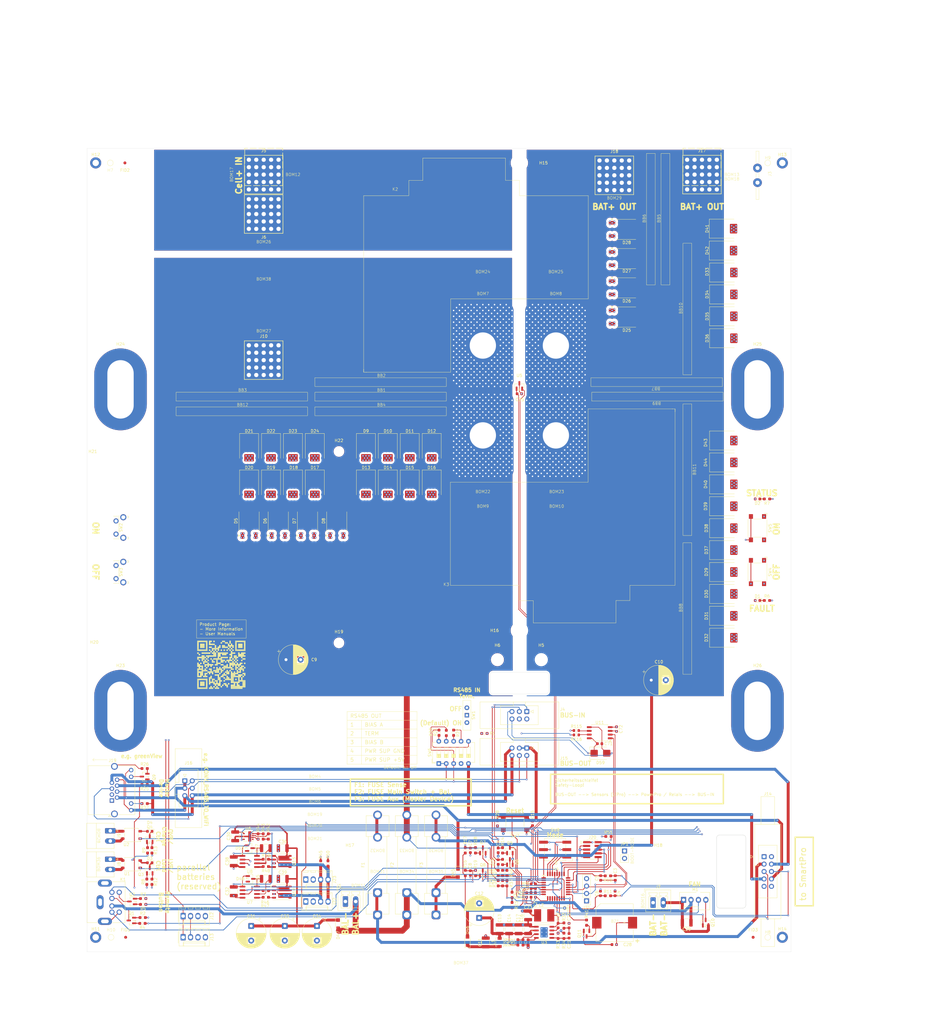
<source format=kicad_pcb>
(kicad_pcb
	(version 20241229)
	(generator "pcbnew")
	(generator_version "9.0")
	(general
		(thickness 1.627)
		(legacy_teardrops no)
	)
	(paper "A2" portrait)
	(layers
		(0 "F.Cu" signal)
		(4 "In1.Cu" signal)
		(6 "In2.Cu" signal)
		(8 "In3.Cu" signal)
		(10 "In4.Cu" signal)
		(2 "B.Cu" signal)
		(9 "F.Adhes" user "F.Adhesive")
		(11 "B.Adhes" user "B.Adhesive")
		(13 "F.Paste" user)
		(15 "B.Paste" user)
		(5 "F.SilkS" user "F.Silkscreen")
		(7 "B.SilkS" user "B.Silkscreen")
		(1 "F.Mask" user)
		(3 "B.Mask" user)
		(17 "Dwgs.User" user "User.Drawings")
		(19 "Cmts.User" user "User.Comments")
		(21 "Eco1.User" user "User.Eco1")
		(23 "Eco2.User" user "User.Eco2")
		(25 "Edge.Cuts" user)
		(27 "Margin" user)
		(31 "F.CrtYd" user "F.Courtyard")
		(29 "B.CrtYd" user "B.Courtyard")
		(35 "F.Fab" user)
		(33 "B.Fab" user)
		(39 "User.1" user)
		(41 "User.2" user)
		(43 "User.3" user)
		(45 "User.4" user)
		(47 "User.5" user)
		(49 "User.6" user)
		(51 "User.7" user)
		(53 "User.8" user)
		(55 "User.9" user)
	)
	(setup
		(stackup
			(layer "F.SilkS"
				(type "Top Silk Screen")
			)
			(layer "F.Paste"
				(type "Top Solder Paste")
			)
			(layer "F.Mask"
				(type "Top Solder Mask")
				(thickness 0.01)
			)
			(layer "F.Cu"
				(type "copper")
				(thickness 0.07)
			)
			(layer "dielectric 1"
				(type "prepreg")
				(thickness 0.1)
				(material "FR4")
				(epsilon_r 4.5)
				(loss_tangent 0.02)
			)
			(layer "In1.Cu"
				(type "copper")
				(thickness 0.07)
			)
			(layer "dielectric 2"
				(type "core")
				(thickness 0.4785)
				(material "FR4")
				(epsilon_r 4.5)
				(loss_tangent 0.02)
			)
			(layer "In2.Cu"
				(type "copper")
				(thickness 0.07)
			)
			(layer "dielectric 3"
				(type "prepreg")
				(thickness 0.1)
				(material "FR4")
				(epsilon_r 4.5)
				(loss_tangent 0.02)
			)
			(layer "In3.Cu"
				(type "copper")
				(thickness 0.035)
			)
			(layer "dielectric 4"
				(type "core")
				(thickness 0.4785)
				(material "FR4")
				(epsilon_r 4.5)
				(loss_tangent 0.02)
			)
			(layer "In4.Cu"
				(type "copper")
				(thickness 0.035)
			)
			(layer "dielectric 5"
				(type "prepreg")
				(thickness 0.1)
				(material "FR4")
				(epsilon_r 4.5)
				(loss_tangent 0.02)
			)
			(layer "B.Cu"
				(type "copper")
				(thickness 0.07)
			)
			(layer "B.Mask"
				(type "Bottom Solder Mask")
				(thickness 0.01)
			)
			(layer "B.Paste"
				(type "Bottom Solder Paste")
			)
			(layer "B.SilkS"
				(type "Bottom Silk Screen")
			)
			(copper_finish "None")
			(dielectric_constraints no)
		)
		(pad_to_mask_clearance 0)
		(allow_soldermask_bridges_in_footprints no)
		(tenting front back)
		(aux_axis_origin 52.5 395)
		(grid_origin 173 120)
		(pcbplotparams
			(layerselection 0x00000000_00000000_55555555_5755f5ff)
			(plot_on_all_layers_selection 0x00000000_00000000_00000000_00000000)
			(disableapertmacros no)
			(usegerberextensions no)
			(usegerberattributes yes)
			(usegerberadvancedattributes yes)
			(creategerberjobfile yes)
			(dashed_line_dash_ratio 12.000000)
			(dashed_line_gap_ratio 3.000000)
			(svgprecision 4)
			(plotframeref no)
			(mode 1)
			(useauxorigin no)
			(hpglpennumber 1)
			(hpglpenspeed 20)
			(hpglpendiameter 15.000000)
			(pdf_front_fp_property_popups yes)
			(pdf_back_fp_property_popups yes)
			(pdf_metadata yes)
			(pdf_single_document no)
			(dxfpolygonmode yes)
			(dxfimperialunits yes)
			(dxfusepcbnewfont yes)
			(psnegative no)
			(psa4output no)
			(plot_black_and_white yes)
			(sketchpadsonfab no)
			(plotpadnumbers no)
			(hidednponfab no)
			(sketchdnponfab yes)
			(crossoutdnponfab yes)
			(subtractmaskfromsilk no)
			(outputformat 1)
			(mirror no)
			(drillshape 1)
			(scaleselection 1)
			(outputdirectory "")
		)
	)
	(net 0 "")
	(net 1 "GND")
	(net 2 "Net-(D48-K)")
	(net 3 "VCC")
	(net 4 "Net-(Q3-B)")
	(net 5 "/Ub_FUSED")
	(net 6 "Net-(D3-K)")
	(net 7 "Net-(U3-VIN)")
	(net 8 "/BMS_OK")
	(net 9 "Net-(D46-K)")
	(net 10 "Net-(U3-BST)")
	(net 11 "Net-(U3-SW)")
	(net 12 "Net-(J20-~{RESET})")
	(net 13 "Net-(Q4-B)")
	(net 14 "Net-(U3-FB)")
	(net 15 "/B")
	(net 16 "/A")
	(net 17 "Net-(D1-K)")
	(net 18 "/BTN_ON")
	(net 19 "/BTN_OFF")
	(net 20 "/control/SWCLK")
	(net 21 "Net-(D2-K)")
	(net 22 "Net-(Q5-B)")
	(net 23 "/control/SWDIO")
	(net 24 "Net-(D3-A)")
	(net 25 "Net-(Q1-B)")
	(net 26 "/LVP")
	(net 27 "/OVP")
	(net 28 "Net-(Q2-B)")
	(net 29 "Net-(Q6-B)")
	(net 30 "/LED_ERROR")
	(net 31 "/LED_ON")
	(net 32 "Net-(D4-A)")
	(net 33 "/BMS_OK_PROTECTED")
	(net 34 "/control/R2")
	(net 35 "/control/R1")
	(net 36 "/control/BTN_OFF")
	(net 37 "/control/BTN_ON")
	(net 38 "Net-(BZ1--)")
	(net 39 "Net-(Q8-B)")
	(net 40 "Net-(C21-Pad1)")
	(net 41 "Net-(D47-K)")
	(net 42 "/~{OC_FAULT}")
	(net 43 "/LVP_IN")
	(net 44 "/OVP_IN")
	(net 45 "Net-(D4-K)")
	(net 46 "/BAT+_IN")
	(net 47 "/BAT+_SI")
	(net 48 "/BAT+_OUT")
	(net 49 "/B_OUT")
	(net 50 "/A_OUT")
	(net 51 "/GND_OUT")
	(net 52 "/+5V_OUT")
	(net 53 "/~{OC_FAULT_PROTECTED}")
	(net 54 "Net-(J8-Pin_2)")
	(net 55 "Net-(J8-Pin_1)")
	(net 56 "Net-(D53-K)")
	(net 57 "Net-(J9-Pin_1)")
	(net 58 "Net-(J14-Pin_3)")
	(net 59 "Net-(Q2-C)")
	(net 60 "Net-(Q2-E)")
	(net 61 "Net-(Q1-C)")
	(net 62 "Net-(Q3-E)")
	(net 63 "Net-(Q1-E)")
	(net 64 "Net-(Q4-E)")
	(net 65 "Net-(Q7-B)")
	(net 66 "Net-(J19-Pad10)")
	(net 67 "Net-(Q9-C)")
	(net 68 "Net-(J9-Pin_2)")
	(net 69 "Net-(SW1-A)")
	(net 70 "Net-(U3-EN{slash}UVLO)")
	(net 71 "Net-(U3-RON)")
	(net 72 "unconnected-(J12-Pin_3-Pad3)")
	(net 73 "unconnected-(J12-Pin_4-Pad4)")
	(net 74 "unconnected-(J13-Pin_3-Pad3)")
	(net 75 "unconnected-(J13-Pin_4-Pad4)")
	(net 76 "/VCC_FROM_SmartPro")
	(net 77 "unconnected-(SW1-C-Pad2)")
	(net 78 "unconnected-(U3-PGOOD-Pad6)")
	(net 79 "/control/ADC1_IN3_U_IN")
	(net 80 "/control/ADC1_IN4_U_OUT")
	(net 81 "/control/USART1_RX")
	(net 82 "/control/USART1_TX")
	(net 83 "/control/buzzer")
	(net 84 "unconnected-(J20-KEY-Pad7)")
	(net 85 "unconnected-(J22-Pin_2-Pad2)")
	(net 86 "/control/FAN_TACHO")
	(net 87 "Net-(M1-PWM)")
	(net 88 "/control/FAN_PWM")
	(net 89 "unconnected-(J22-Pin_1-Pad1)")
	(net 90 "/control/tempsensor")
	(net 91 "5V3_FROM_SmartPro")
	(net 92 "unconnected-(J23-Pin_1-Pad1)")
	(net 93 "unconnected-(J23-Pin_2-Pad2)")
	(net 94 "Net-(Q9-E)")
	(net 95 "Net-(Q9-B)")
	(net 96 "+10V")
	(net 97 "Net-(Q13A-G)")
	(net 98 "Net-(Q13B-G)")
	(net 99 "Net-(R20-Pad2)")
	(net 100 "Net-(R21-Pad2)")
	(net 101 "Net-(R22-Pad2)")
	(net 102 "Net-(Q11-B)")
	(net 103 "Net-(U6-ADJ)")
	(net 104 "Net-(Q12A-G)")
	(net 105 "Net-(Q12B-G)")
	(net 106 "Net-(U7-HO)")
	(net 107 "Net-(U7-LO)")
	(net 108 "/48VRelais/EN")
	(net 109 "/48VRelais/Relais1")
	(net 110 "Net-(U8-HO)")
	(net 111 "/48VRelais/Relais2")
	(net 112 "Net-(U8-LO)")
	(net 113 "Net-(U4-PB7)")
	(net 114 "Net-(U4-PB8)")
	(net 115 "Net-(R42-Pad2)")
	(net 116 "Net-(U4-PB9)")
	(net 117 "Net-(U4-PB6)")
	(net 118 "unconnected-(U4-PA11-Pad22)")
	(net 119 "/48VRelais/RELAIS_RESET")
	(net 120 "/48VRelais/RELAIS_SET")
	(net 121 "unconnected-(H23-Pad1)")
	(net 122 "unconnected-(H23-Pad1)_1")
	(net 123 "unconnected-(H24-Pad1)")
	(net 124 "unconnected-(H24-Pad1)_1")
	(net 125 "unconnected-(H25-Pad1)")
	(net 126 "unconnected-(H25-Pad1)_1")
	(net 127 "unconnected-(H26-Pad1)")
	(net 128 "unconnected-(H26-Pad1)_1")
	(net 129 "unconnected-(H11-Pad1)")
	(net 130 "unconnected-(H12-Pad1)")
	(net 131 "unconnected-(H13-Pad1)")
	(net 132 "unconnected-(H14-Pad1)")
	(net 133 "unconnected-(D48-NC-Pad2)")
	(net 134 "unconnected-(D53-NC-Pad2)")
	(net 135 "Net-(D45-A)")
	(net 136 "Net-(D45-K)")
	(net 137 "Net-(U11-A)")
	(net 138 "Net-(U11-B)")
	(net 139 "Net-(U4-PA5)")
	(net 140 "/VDD_RS485")
	(net 141 "/GND_RS485")
	(footprint "Package_SO:SO-4_4.4x4.3mm_P2.54mm" (layer "F.Cu") (at 67.75 365 180))
	(footprint "myHoles:MountingHole9mmSlot" (layer "F.Cu") (at 64 202.5))
	(footprint "Diode_SMD:D_SMC" (layer "F.Cu") (at 270.5 235))
	(footprint "Diode_SMD:D_SMC" (layer "F.Cu") (at 115.5 222.5 -90))
	(footprint "Resistor_SMD:R_0603_1608Metric_Pad0.98x0.95mm_HandSolder" (layer "F.Cu") (at 113.72375 365.8 180))
	(footprint "Diode_SMD:D_SMC" (layer "F.Cu") (at 155.5 235 -90))
	(footprint "Connector:FanPinHeader_1x04_P2.54mm_Vertical" (layer "F.Cu") (at 256.7 377.2))
	(footprint "Capacitor_SMD:C_0603_1608Metric" (layer "F.Cu") (at 193.25 364.25 90))
	(footprint "MountingHole:MountingHole_4mm" (layer "F.Cu") (at 193 295))
	(footprint "Capacitor_SMD:C_1210_3225Metric" (layer "F.Cu") (at 102.75 364 -90))
	(footprint "myConnector:IDC-Header_2x03_P2.54mm_Vertical_latch" (layer "F.Cu") (at 203.04 325.25 -90))
	(footprint "Resistor_SMD:R_0603_1608Metric_Pad0.98x0.95mm_HandSolder" (layer "F.Cu") (at 188.54 320.2525 180))
	(footprint "Capacitor_SMD:C_0603_1608Metric" (layer "F.Cu") (at 193.25 360.25 90))
	(footprint "Button_Switch_SMD:SW_SPST_Omron_B3FS-100xP" (layer "F.Cu") (at 282 265 -90))
	(footprint "Diode_SMD:D_SMC" (layer "F.Cu") (at 270.5 162.5))
	(footprint "LED_SMD:LED_0603_1608Metric" (layer "F.Cu") (at 74 353.75 180))
	(footprint "myPackage_SO:HSOP-8-1EP_3.9x4.9mm_P1.27mm_EP2.41x3.1mm_ThermalVias_0.3mm" (layer "F.Cu") (at 208.955 388.3))
	(footprint "Capacitor_SMD:C_0603_1608Metric" (layer "F.Cu") (at 183.75 368 90))
	(footprint "myConnector:SMD-BUSBAR_42x6x2_Kopie" (layer "F.Cu") (at 247.75 205 180))
	(footprint "MountingHole:MountingHole_5.5mm" (layer "F.Cu") (at 248 365))
	(footprint "myQR:qr_PowerPro_209_silkscreen"
		(layer "F.Cu")
		(uuid "0fdb1fdc-1192-4f06-82b8-eda5ee6260df")
		(at 98.5 296.75)
		(property "Reference" "GRAPHIC1"
			(at 0 9.75 0)
			(layer "F.SilkS")
			(hide yes)
			(uuid "5248746a-8292-44a9-a7f6-0f8f52ca8f67")
			(effects
				(font
					(size 1 1)
					(thickness 0.15)
				)
			)
		)
		(property "Value" "QR_Code"
			(at 0 -9.75 0)
			(layer "F.SilkS")
			(hide yes)
			(uuid "77ba2084-bb5a-4bcd-9719-ca418c4fc429")
			(effects
				(font
					(size 1 1)
					(thickness 0.15)
				)
			)
		)
		(property "Datasheet" ""
			(at 0 0 0)
			(layer "F.Fab")
			(hide yes)
			(uuid "410aa57f-e376-445a-8a51-9d8879d41a15")
			(effects
				(font
					(size 1.27 1.27)
					(thickness 0.15)
				)
			)
		)
		(property "Description" ""
			(at 0 0 0)
			(layer "F.Fab")
			(hide yes)
			(uuid "f86f0c8f-2545-4554-b0ce-109a1fd90cb1")
			(effects
				(font
					(size 1.27 1.27)
					(thickness 0.15)
				)
			)
		)
		(property "ECS Art#" "---"
			(at 0 0 0)
			(unlocked yes)
			(layer "F.Fab")
			(hide yes)
			(uuid "bdcbc141-6146-4dc5-84b6-38e71ceffd76")
			(effects
				(font
					(size 1 1)
					(thickness 0.15)
				)
			)
		)
		(property "HAN" "---"
			(at 0 0 0)
			(unlocked yes)
			(layer "F.Fab")
			(hide yes)
			(uuid "956e1e57-c3ac-46c1-99a1-a920f8ef8d87")
			(effects
				(font
					(size 1 1)
					(thickness 0.15)
				)
			)
		)
		(property "Hersteller" "---"
			(at 0 0 0)
			(unlocked yes)
			(layer "F.Fab")
			(hide yes)
			(uuid "9d8731be-9c04-408c-9dc0-cba7086bd0bd")
			(effects
				(font
					(size 1 1)
					(thickness 0.15)
				)
			)
		)
		(path "/ed5c3467-b27a-45f1-8f58-e67286f004f2/73341fae-641b-468b-9b43-cb68a809301b")
		(sheetname "/bom/")
		(sheetfile "bom.kicad_sch")
		(attr exclude_from_bom)
		(fp_rect
			(start -8.25 -8.25)
			(end -7.75 -7.75)
			(stroke
				(width 0)
				(type default)
			)
			(fill yes)
			(layer "F.SilkS")
			(uuid "ced088e0-3e70-4093-a9d1-abf34108f401")
		)
		(fp_rect
			(start -8.25 -7.75)
			(end -7.75 -7.25)
			(stroke
				(width 0)
				(type default)
			)
			(fill yes)
			(layer "F.SilkS")
			(uuid "23829c24-8d5b-4f1b-8687-438e8d7b5d90")
		)
		(fp_rect
			(start -8.25 -7.25)
			(end -7.75 -6.75)
			(stroke
				(width 0)
				(type default)
			)
			(fill yes)
			(layer "F.SilkS")
			(uuid "7e069f82-6121-4874-b387-193fe7adb167")
		)
		(fp_rect
			(start -8.25 -6.75)
			(end -7.75 -6.25)
			(stroke
				(width 0)
				(type default)
			)
			(fill yes)
			(layer "F.SilkS")
			(uuid "cab0dfae-149e-4aec-b477-71c63233ae41")
		)
		(fp_rect
			(start -8.25 -6.25)
			(end -7.75 -5.75)
			(stroke
				(width 0)
				(type default)
			)
			(fill yes)
			(layer "F.SilkS")
			(uuid "4143aa4f-060f-4a52-b05e-e09e34cdea85")
		)
		(fp_rect
			(start -8.25 -5.75)
			(end -7.75 -5.25)
			(stroke
				(width 0)
				(type default)
			)
			(fill yes)
			(layer "F.SilkS")
			(uuid "c4e5c11f-4df0-4b7d-9cd7-f817b0f21ad3")
		)
		(fp_rect
			(start -8.25 -5.25)
			(end -7.75 -4.75)
			(stroke
				(width 0)
				(type default)
			)
			(fill yes)
			(layer "F.SilkS")
			(uuid "4f48c4d2-3b94-461a-a739-bd282f8a9320")
		)
		(fp_rect
			(start -8.25 -4.25)
			(end -7.75 -3.75)
			(stroke
				(width 0)
				(type default)
			)
			(fill yes)
			(layer "F.SilkS")
			(uuid "128d345e-f4cc-4719-9dd5-d71a7072b842")
		)
		(fp_rect
			(start -8.25 -2.75)
			(end -7.75 -2.25)
			(stroke
				(width 0)
				(type default)
			)
			(fill yes)
			(layer "F.SilkS")
			(uuid "47759031-937b-45c7-a84e-ea068594812c")
		)
		(fp_rect
			(start -8.25 -2.25)
			(end -7.75 -1.75)
			(stroke
				(width 0)
				(type default)
			)
			(fill yes)
			(layer "F.SilkS")
			(uuid "99424603-d2ea-4183-85b0-d4dfba73541b")
		)
		(fp_rect
			(start -8.25 -0.75)
			(end -7.75 -0.25)
			(stroke
				(width 0)
				(type default)
			)
			(fill yes)
			(layer "F.SilkS")
			(uuid "0e984c91-db6e-4fe1-a14d-655afe025966")
		)
		(fp_rect
			(start -8.25 -0.25)
			(end -7.75 0.25)
			(stroke
				(width 0)
				(type default)
			)
			(fill yes)
			(layer "F.SilkS")
			(uuid "1af88721-a4d9-4bca-8db7-11d28234ce81")
		)
		(fp_rect
			(start -8.25 0.25)
			(end -7.75 0.75)
			(stroke
				(width 0)
				(type default)
			)
			(fill yes)
			(layer "F.SilkS")
			(uuid "a7c66d3f-5c5a-4b1b-a861-fe2d5979b937")
		)
		(fp_rect
			(start -8.25 1.25)
			(end -7.75 1.75)
			(stroke
				(width 0)
				(type default)
			)
			(fill yes)
			(layer "F.SilkS")
			(uuid "ae957d7a-cc9b-4071-a63e-67a94e62bd14")
		)
		(fp_rect
			(start -8.25 1.75)
			(end -7.75 2.25)
			(stroke
				(width 0)
				(type default)
			)
			(fill yes)
			(layer "F.SilkS")
			(uuid "63d14564-ea1d-4358-8e44-08ca78097e91")
		)
		(fp_rect
			(start -8.25 2.25)
			(end -7.75 2.75)
			(stroke
				(width 0)
				(type default)
			)
			(fill yes)
			(layer "F.SilkS")
			(uuid "c40e4167-5561-4633-a1b6-dbc9854d956a")
		)
		(fp_rect
			(start -8.25 2.75)
			(end -7.75 3.25)
			(stroke
				(width 0)
				(type default)
			)
			(fill yes)
			(layer "F.SilkS")
			(uuid "61db4527-4053-4e69-934c-242d9ea55d7b")
		)
		(fp_rect
			(start -8.25 3.25)
			(end -7.75 3.75)
			(stroke
				(width 0)
				(type default)
			)
			(fill yes)
			(layer "F.SilkS")
			(uuid "a528afef-cd90-444e-8830-821e1705dfc8")
		)
		(fp_rect
			(start -8.25 3.75)
			(end -7.75 4.25)
			(stroke
				(width 0)
				(type default)
			)
			(fill yes)
			(layer "F.SilkS")
			(uuid "ce2ecc3f-32df-4013-8ba2-5db37a69a68e")
		)
		(fp_rect
			(start -8.25 4.75)
			(end -7.75 5.25)
			(stroke
				(width 0)
				(type default)
			)
			(fill yes)
			(layer "F.SilkS")
			(uuid "889c601e-fe2b-43e9-9eaf-0263a459b9f0")
		)
		(fp_rect
			(start -8.25 5.25)
			(end -7.75 5.75)
			(stroke
				(width 0)
				(type default)
			)
			(fill yes)
			(layer "F.SilkS")
			(uuid "9838e3ba-c998-431f-b805-d0d962b51a4c")
		)
		(fp_rect
			(start -8.25 5.75)
			(end -7.75 6.25)
			(stroke
				(width 0)
				(type default)
			)
			(fill yes)
			(layer "F.SilkS")
			(uuid "19868ad1-09ff-4882-a102-75da179bd63a")
		)
		(fp_rect
			(start -8.25 6.25)
			(end -7.75 6.75)
			(stroke
				(width 0)
				(type default)
			)
			(fill yes)
			(layer "F.SilkS")
			(uuid "5feebeb9-1e39-4854-a11d-00ce2b4ecea3")
		)
		(fp_rect
			(start -8.25 6.75)
			(end -7.75 7.25)
			(stroke
				(width 0)
				(type default)
			)
			(fill yes)
			(layer "F.SilkS")
			(uuid "d33d36be-fd40-4332-b99c-a8565e099fbc")
		)
		(fp_rect
			(start -8.25 7.25)
			(end -7.75 7.75)
			(stroke
				(width 0)
				(type default)
			)
			(fill yes)
			(layer "F.SilkS")
			(uuid "d759f654-cd37-4549-8211-d4051a0b0127")
		)
		(fp_rect
			(start -8.25 7.75)
			(end -7.75 8.25)
			(stroke
				(width 0)
				(type default)
			)
			(fill yes)
			(layer "F.SilkS")
			(uuid "ddc5dcce-ca01-4ed4-b6fe-8d27231e7c43")
		)
		(fp_rect
			(start -7.75 -8.25)
			(end -7.25 -7.75)
			(stroke
				(width 0)
				(type default)
			)
			(fill yes)
			(layer "F.SilkS")
			(uuid "30730094-0775-4fec-8dc8-18cc13471d4d")
		)
		(fp_rect
			(start -7.75 -5.25)
			(end -7.25 -4.75)
			(stroke
				(width 0)
				(type default)
			)
			(fill yes)
			(layer "F.SilkS")
			(uuid "1dd19205-0e01-4be5-abb3-ff004b3f0aa9")
		)
		(fp_rect
			(start -7.75 -3.75)
			(end -7.25 -3.25)
			(stroke
				(width 0)
				(type default)
			)
			(fill yes)
			(layer "F.SilkS")
			(uuid "a4065cec-f61f-4003-9a06-8b425fa917bc")
		)
		(fp_rect
			(start -7.75 -2.75)
			(end -7.25 -2.25)
			(stroke
				(width 0)
				(type default)
			)
			(fill yes)
			(layer "F.SilkS")
			(uuid "cea86257-f189-41c6-a900-8c62850e8c11")
		)
		(fp_rect
			(start -7.75 -1.75)
			(end -7.25 -1.25)
			(stroke
				(width 0)
				(type default)
			)
			(fill yes)
			(layer "F.SilkS")
			(uuid "e72eb618-2f2a-4430-8e1f-5faf02454903")
		)
		(fp_rect
			(start -7.75 -0.25)
			(end -7.25 0.25)
			(stroke
				(width 0)
				(type default)
			)
			(fill yes)
			(layer "F.SilkS")
			(uuid "9e9ffbe6-dbbd-4cb2-a92d-be08a914719a")
		)
		(fp_rect
			(start -7.75 0.25)
			(end -7.25 0.75)
			(stroke
				(width 0)
				(type default)
			)
			(fill yes)
			(layer "F.SilkS")
			(uuid "9a97130d-5e92-4f54-b325-5c0aa905aa44")
		)
		(fp_rect
			(start -7.75 0.75)
			(end -7.25 1.25)
			(stroke
				(width 0)
				(type default)
			)
			(fill yes)
			(layer "F.SilkS")
			(uuid "0b5cd29b-6b6c-4428-8278-c899b63b9e61")
		)
		(fp_rect
			(start -7.75 1.25)
			(end -7.25 1.75)
			(stroke
				(width 0)
				(type default)
			)
			(fill yes)
			(layer "F.SilkS")
			(uuid "a91f66bb-2904-40ee-b38c-b2a8c9c5f117")
		)
		(fp_rect
			(start -7.75 2.25)
			(end -7.25 2.75)
			(stroke
				(width 0)
				(type default)
			)
			(fill yes)
			(layer "F.SilkS")
			(uuid "c8197d20-54c7-4eee-8ca2-a07f0ea3ee49")
		)
		(fp_rect
			(start -7.75 3.75)
			(end -7.25 4.25)
			(stroke
				(width 0)
				(type default)
			)
			(fill yes)
			(layer "F.SilkS")
			(uuid "6754d6f7-316c-4dd1-8798-bb8aeb38012d")
		)
		(fp_rect
			(start -7.75 4.75)
			(end -7.25 5.25)
			(stroke
				(width 0)
				(type default)
			)
			(fill yes)
			(layer "F.SilkS")
			(uuid "44ddb113-c351-4642-9754-3f4a8b13b427")
		)
		(fp_rect
			(start -7.75 7.75)
			(end -7.25 8.25)
			(stroke
				(width 0)
				(type default)
			)
			(fill yes)
			(layer "F.SilkS")
			(uuid "637e8f29-08d6-42c3-a03e-9b740289e73e")
		)
		(fp_rect
			(start -7.25 -8.25)
			(end -6.75 -7.75)
			(stroke
				(width 0)
				(type default)
			)
			(fill yes)
			(layer "F.SilkS")
			(uuid "19214cdc-4c3d-4061-a228-a08f5e71b1a5")
		)
		(fp_rect
			(start -7.25 -7.25)
			(end -6.75 -6.75)
			(stroke
				(width 0)
				(type default)
			)
			(fill yes)
			(layer "F.SilkS")
			(uuid "f1292a0c-0da9-4d89-97f3-f02b12e8c5cc")
		)
		(fp_rect
			(start -7.25 -6.75)
			(end -6.75 -6.25)
			(stroke
				(width 0)
				(type default)
			)
			(fill yes)
			(layer "F.SilkS")
			(uuid "f0e427ff-5445-4068-9c01-e44beb453397")
		)
		(fp_rect
			(start -7.25 -6.25)
			(end -6.75 -5.75)
			(stroke
				(width 0)
				(type default)
			)
			(fill yes)
			(layer "F.SilkS")
			(uuid "2d0ad52a-a329-4299-8ede-0d991b7d8f56")
		)
		(fp_rect
			(start -7.25 -5.25)
			(end -6.75 -4.75)
			(stroke
				(width 0)
				(type default)
			)
			(fill yes)
			(layer "F.SilkS")
			(uuid "c5af1a47-63b6-4496-875a-c6506369fa03")
		)
		(fp_rect
			(start -7.25 -2.75)
			(end -6.75 -2.25)
			(stroke
				(width 0)
				(type default)
			)
			(fill yes)
			(layer "F.SilkS")
			(uuid "f3c52b5d-02bb-4e49-b483-2bad369e405e")
		)
		(fp_rect
			(start -7.25 -0.75)
			(end -6.75 -0.25)
			(stroke
				(width 0)
				(type default)
			)
			(fill yes)
			(layer "F.SilkS")
			(uuid "ba735f57-cb3c-4c59-a635-74652a6ee392")
		)
		(fp_rect
			(start -7.25 0.25)
			(end -6.75 0.75)
			(stroke
				(width 0)
				(type default)
			)
			(fill yes)
			(layer "F.SilkS")
			(uuid "59d20cc7-ee0b-4e0f-ad20-428b6385cd77")
		)
		(fp_rect
			(start -7.25 1.25)
			(end -6.75 1.75)
			(stroke
				(width 0)
				(type default)
			)
			(fill yes)
			(layer "F.SilkS")
			(uuid "63312d76-4b59-4228-b64d-3d87e89b4c99")
		)
		(fp_rect
			(start -7.25 2.25)
			(end -6.75 2.75)
			(stroke
				(width 0)
				(type default)
			)
			(fill yes)
			(layer "F.SilkS")
			(uuid "20efc785-f512-40e1-8f10-6efc6a0540b4")
		)
		(fp_rect
			(start -7.25 2.75)
			(end -6.75 3.25)
			(stroke
				(width 0)
				(type default)
			)
			(fill yes)
			(layer "F.SilkS")
			(uuid "6609d86b-c352-48cc-8291-1ecec96c7f8d")
		)
		(fp_rect
			(start -7.25 3.25)
			(end -6.75 3.75)
			(stroke
				(width 0)
				(type default)
			)
			(fill yes)
			(layer "F.SilkS")
			(uuid "f60fb73f-997a-4508-ad9d-82b6bf98584c")
		)
		(fp_rect
			(start -7.25 3.75)
			(end -6.75 4.25)
			(stroke
				(width 0)
				(type default)
			)
			(fill yes)
			(layer "F.SilkS")
			(uuid "6540d100-c845-494a-88af-99cbea216323")
		)
		(fp_rect
			(start -7.25 4.75)
			(end -6.75 5.25)
			(stroke
				(width 0)
				(type default)
			)
			(fill yes)
			(layer "F.SilkS")
			(uuid "cc25c20d-bdc8-405b-8306-2706a91163f2")
		)
		(fp_rect
			(start -7.25 5.75)
			(end -6.75 6.25)
			(stroke
				(width 0)
				(type default)
			)
			(fill yes)
			(layer "F.SilkS")
			(uuid "606f0f0a-2de7-4deb-ba2d-e7635f680a15")
		)
		(fp_rect
			(start -7.25 6.25)
			(end -6.75 6.75)
			(stroke
				(width 0)
				(type default)
			)
			(fill yes)
			(layer "F.SilkS")
			(uuid "73c06146-4fdf-44e1-90c2-1c0ca9cbd524")
		)
		(fp_rect
			(start -7.25 6.75)
			(end -6.75 7.25)
			(stroke
				(width 0)
				(type default)
			)
			(fill yes)
			(layer "F.SilkS")
			(uuid "44221dc8-50e8-41dc-942e-9584ce001ca6")
		)
		(fp_rect
			(start -7.25 7.75)
			(end -6.75 8.25)
			(stroke
				(width 0)
				(type default)
			)
			(fill yes)
			(layer "F.SilkS")
			(uuid "b1a315d1-065d-4b28-a47b-909e8e6ca824")
		)
		(fp_rect
			(start -6.75 -8.25)
			(end -6.25 -7.75)
			(stroke
				(width 0)
				(type default)
			)
			(fill yes)
			(layer "F.SilkS")
			(uuid "a8cde4e5-36e7-47a1-9102-438c012faeee")
		)
		(fp_rect
			(start -6.75 -7.25)
			(end -6.25 -6.75)
			(stroke
				(width 0)
				(type default)
			)
			(fill yes)
			(layer "F.SilkS")
			(uuid "ff0f61d7-4274-40f7-bd38-a3f5a06339d5")
		)
		(fp_rect
			(start -6.75 -6.75)
			(end -6.25 -6.25)
			(stroke
				(width 0)
				(type default)
			)
			(fill yes)
			(layer "F.SilkS")
			(uuid "2316b667-0d7a-40f1-b248-32efeab3861d")
		)
		(fp_rect
			(start -6.75 -6.25)
			(end -6.25 -5.75)
			(stroke
				(width 0)
				(type default)
			)
			(fill yes)
			(layer "F.SilkS")
			(uuid "b9aa9911-8245-4e5f-8e39-7e63452505f8")
		)
		(fp_rect
			(start -6.75 -5.25)
			(end -6.25 -4.75)
			(stroke
				(width 0)
				(type default)
			)
			(fill yes)
			(layer "F.SilkS")
			(uuid "68702d70-3081-4a2d-b8fc-6d086253dc3f")
		)
		(fp_rect
			(start -6.75 -4.25)
			(end -6.25 -3.75)
			(stroke
				(width 0)
				(type default)
			)
			(fill yes)
			(layer "F.SilkS")
			(uuid "70b0564e-0c3d-4483-99ed-fe69adf38250")
		)
		(fp_rect
			(start -6.75 -3.25)
			(end -6.25 -2.75)
			(stroke
				(width 0)
				(type default)
			)
			(fill yes)
			(layer "F.SilkS")
			(uuid "b1d9286f-aae1-4a04-906f-19b7972cb4a5")
		)
		(fp_rect
			(start -6.75 -2.75)
			(end -6.25 -2.25)
			(stroke
				(width 0)
				(type default)
			)
			(fill yes)
			(layer "F.SilkS")
			(uuid "f663a019-f7dd-42ec-9d2b-99d9f00453f8")
		)
		(fp_rect
			(start -6.75 -2.25)
			(end -6.25 -1.75)
			(stroke
				(width 0)
				(type default)
			)
			(fill yes)
			(layer "F.SilkS")
			(uuid "8066b7d5-1208-434d-85fa-b5d7d8e2ec1f")
		)
		(fp_rect
			(start -6.75 -1.75)
			(end -6.25 -1.25)
			(stroke
				(width 0)
				(type default)
			)
			(fill yes)
			(layer "F.SilkS")
			(uuid "49e61c7b-1f94-43f3-a7c5-16ac83a8d7a6")
		)
		(fp_rect
			(start -6.75 0.25)
			(end -6.25 0.75)
			(stroke
				(width 0)
				(type default)
			)
			(fill yes)
			(layer "F.SilkS")
			(uuid "3557438b-74ff-42f0-8f0d-077dfb5622f9")
		)
		(fp_rect
			(start -6.75 0.75)
			(end -6.25 1.25)
			(stroke
				(width 0)
				(type default)
			)
			(fill yes)
			(layer "F.SilkS")
			(uuid "a4dd4d3c-92eb-44ce-b1d3-dd1f8790f05f")
		)
		(fp_rect
			(start -6.75 1.25)
			(end -6.25 1.75)
			(stroke
				(width 0)
				(type default)
			)
			(fill yes)
			(layer "F.SilkS")
			(uuid "5cc61381-26c9-49fe-ab21-fc66920144ff")
		)
		(fp_rect
			(start -6.75 1.75)
			(end -6.25 2.25)
			(stroke
				(width 0)
				(type default)
			)
			(fill yes)
			(layer "F.SilkS")
			(uuid "c0c42bf0-938a-4f5c-a691-07395d6c7fee")
		)
		(fp_rect
			(start -6.75 2.25)
			(end -6.25 2.75)
			(stroke
				(width 0)
				(type default)
			)
			(fill yes)
			(layer "F.SilkS")
			(uuid "d89eadeb-368e-4935-8e55-5152aa73bccf")
		)
		(fp_rect
			(start -6.75 2.75)
			(end -6.25 3.25)
			(stroke
				(width 0)
				(type default)
			)
			(fill yes)
			(layer "F.SilkS")
			(uuid "3b8edb82-ea3f-40f6-831b-2585a3329c70")
		)
		(fp_rect
			(start -6.75 3.25)
			(end -6.25 3.75)
			(stroke
				(width 0)
				(type default)
			)
			(fill yes)
			(layer "F.SilkS")
			(uuid "bdb640b4-c501-46de-8280-ec37141d49b7")
		)
		(fp_rect
			(start -6.75 4.75)
			(end -6.25 5.25)
			(stroke
				(width 0)
				(type default)
			)
			(fill yes)
			(layer "F.SilkS")
			(uuid "2fb43963-4df7-46b7-897d-fa6b0f9de670")
		)
		(fp_rect
			(start -6.75 5.75)
			(end -6.25 6.25)
			(stroke
				(width 0)
				(type default)
			)
			(fill yes)
			(layer "F.SilkS")
			(uuid "49142ff5-0712-42e7-ac38-15e07be2ad11")
		)
		(fp_rect
			(start -6.75 6.25)
			(end -6.25 6.75)
			(stroke
				(width 0)
				(type default)
			)
			(fill yes)
			(layer "F.SilkS")
			(uuid "0a4ce78e-1035-4c11-98b6-cc769f0752a1")
		)
		(fp_rect
			(start -6.75 6.75)
			(end -6.25 7.25)
			(stroke
				(width 0)
				(type default)
			)
			(fill yes)
			(layer "F.SilkS")
			(uuid "517bbbb1-f343-4089-ac88-d0ab7395b77c")
		)
		(fp_rect
			(start -6.75 7.75)
			(end -6.25 8.25)
			(stroke
				(width 0)
				(type default)
			)
			(fill yes)
			(layer "F.SilkS")
			(uuid "6f9b2c3f-c82b-412f-b2c1-e62d3b51b53f")
		)
		(fp_rect
			(start -6.25 -8.25)
			(end -5.75 -7.75)
			(stroke
				(width 0)
				(type default)
			)
			(fill yes)
			(layer "F.SilkS")
			(uuid "4a209218-4d30-42ec-9c10-31ce0d052081")
		)
		(fp_rect
			(start -6.25 -7.25)
			(end -5.75 -6.75)
			(stroke
				(width 0)
				(type default)
			)
			(fill yes)
			(layer "F.SilkS")
			(uuid "8970be56-00f2-4f94-8792-6bb31cc87db0")
		)
		(fp_rect
			(start -6.25 -6.75)
			(end -5.75 -6.25)
			(stroke
				(width 0)
				(type default)
			)
			(fill yes)
			(layer "F.SilkS")
			(uuid "56b5713e-9a17-4d90-acfc-711819b2a882")
		)
		(fp_rect
			(start -6.25 -6.25)
			(end -5.75 -5.75)
			(stroke
				(width 0)
				(type default)
			)
			(fill yes)
			(layer "F.SilkS")
			(uuid "96716521-961d-4cc6-a9c5-30ad661b2bca")
		)
		(fp_rect
			(start -6.25 -5.25)
			(end -5.75 -4.75)
			(stroke
				(width 0)
				(type default)
			)
			(fill yes)
			(layer "F.SilkS")
			(uuid "ae77da63-0fc9-4383-a827-b3a70acc4b3b")
		)
		(fp_rect
			(start -6.25 -4.25)
			(end -5.75 -3.75)
			(stroke
				(width 0)
				(type default)
			)
			(fill yes)
			(layer "F.SilkS")
			(uuid "0a987c93-225c-4d48-8b12-e04f89eb9be8")
		)
		(fp_rect
			(start -6.25 -3.25)
			(end -5.75 -2.75)
			(stroke
				(width 0)
				(type default)
			)
			(fill yes)
			(layer "F.SilkS")
			(uuid "c891f395-1fba-4ca6-8e2a-c20a92a7359c")
		)
		(fp_rect
			(start -6.25 -2.75)
			(end -5.75 -2.25)
			(stroke
				(width 0)
				(type default)
			)
			(fill yes)
			(layer "F.SilkS")
			(uuid "f1c37ad8-6554-44c7-9790-9bee36f7a11f")
		)
		(fp_rect
			(start -6.25 -2.25)
			(end -5.75 -1.75)
			(stroke
				(width 0)
				(type default)
			)
			(fill yes)
			(layer "F.SilkS")
			(uuid "b9b150bd-57b4-4091-83ce-d387781937d8")
		)
		(fp_rect
			(start -6.25 -1.25)
			(end -5.75 -0.75)
			(stroke
				(width 0)
				(type default)
			)
			(fill yes)
			(layer "F.SilkS")
			(uuid "5b5f76ea-5fbf-45cc-96f0-ac6b06e4bf59")
		)
		(fp_rect
			(start -6.25 -0.75)
			(end -5.75 -0.25)
			(stroke
				(width 0)
				(type default)
			)
			(fill yes)
			(layer "F.SilkS")
			(uuid "fe7528e1-edec-49e7-9a65-b8f20ec4e8ff")
		)
		(fp_rect
			(start -6.25 1.75)
			(end -5.75 2.25)
			(stroke
				(width 0)
				(type default)
			)
			(fill yes)
			(layer "F.SilkS")
			(uuid "3888c7cc-0791-4d36-959a-33905c6e56d2")
		)
		(fp_rect
			(start -6.25 3.75)
			(end -5.75 4.25)
			(stroke
				(width 0)
				(type default)
			)
			(fill yes)
			(layer "F.SilkS")
			(uuid "411c6527-d2b7-4045-b4e8-c7bdafae6f14")
		)
		(fp_rect
			(start -6.25 4.75)
			(end -5.75 5.25)
			(stroke
				(width 0)
				(type default)
			)
			(fill yes)
			(layer "F.SilkS")
			(uuid "ae1baeeb-5535-4e26-8137-e6fe0b1246c9")
		)
		(fp_rect
			(start -6.25 5.75)
			(end -5.75 6.25)
			(stroke
				(width 0)
				(type default)
			)
			(fill yes)
			(layer "F.SilkS")
			(uuid "f35ffe85-9271-4043-9a59-917d9e5089ce")
		)
		(fp_rect
			(start -6.25 6.25)
			(end -5.75 6.75)
			(stroke
				(width 0)
				(type default)
			)
			(fill yes)
			(layer "F.SilkS")
			(uuid "2913d1f0-88ec-4d72-9c55-43425d9b0c1b")
		)
		(fp_rect
			(start -6.25 6.75)
			(end -5.75 7.25)
			(stroke
				(width 0)
				(type default)
			)
			(fill yes)
			(layer "F.SilkS")
			(uuid "170c59b5-e944-421d-9dea-bed41d948bd0")
		)
		(fp_rect
			(start -6.25 7.75)
			(end -5.75 8.25)
			(stroke
				(width 0)
				(type default)
			)
			(fill yes)
			(layer "F.SilkS")
			(uuid "2c928df0-d8ee-4782-a1fe-46349e87779f")
		)
		(fp_rect
			(start -5.75 -8.25)
			(end -5.25 -7.75)
			(stroke
				(width 0)
				(type default)
			)
			(fill yes)
			(layer "F.SilkS")
			(uuid "8dae93ad-7c0d-43cc-bdb4-b7d2f94cfa98")
		)
		(fp_rect
			(start -5.75 -5.25)
			(end -5.25 -4.75)
			(stroke
				(width 0)
				(type default)
			)
			(fill yes)
			(layer "F.SilkS")
			(uuid "41d353ce-5bc9-4490-b0c9-398efd438af1")
		)
		(fp_rect
			(start -5.75 -4.25)
			(end -5.25 -3.75)
			(stroke
				(width 0)
				(type default)
			)
			(fill yes)
			(layer "F.SilkS")
			(uuid "83506d3d-25ca-4e7e-ac63-9b215ab0d3d0")
		)
		(fp_rect
			(start -5.75 -2.75)
			(end -5.25 -2.25)
			(stroke
				(width 0)
				(type default)
			)
			(fill yes)
			(layer "F.SilkS")
			(uuid "4940ea41-3de8-4062-b679-2116fee28032")
		)
		(fp_rect
			(start -5.75 -1.75)
			(end -5.25 -1.25)
			(stroke
				(width 0)
				(type default)
			)
			(fill yes)
			(layer "F.SilkS")
			(uuid "6db008c2-4110-46b5-bc55-56cd533aec8e")
		)
		(fp_rect
			(start -5.75 -1.25)
			(end -5.25 -0.75)
			(stroke
				(width 0)
				(type default)
			)
			(fill yes)
			(layer "F.SilkS")
			(uuid "98c01b7b-4701-4cac-a779-98a62cd3def1")
		)
		(fp_rect
			(start -5.75 -0.25)
			(end -5.25 0.25)
			(stroke
				(width 0)
				(type default)
			)
			(fill yes)
			(layer "F.SilkS")
			(uuid "fe2e79ba-b363-4d16-a0cc-ad41781923f1")
		)
		(fp_rect
			(start -5.75 0.25)
			(end -5.25 0.75)
			(stroke
				(width 0)
				(type default)
			)
			(fill yes)
			(layer "F.SilkS")
			(uuid "5ae1d7e5-4395-42f9-95ad-757f123146e2")
		)
		(fp_rect
			(start -5.75 1.25)
			(end -5.25 1.75)
			(stroke
				(width 0)
				(type default)
			)
			(fill yes)
			(layer "F.SilkS")
			(uuid "90e4e58c-7721-4e7e-a941-6031332814bd")
		)
		(fp_rect
			(start -5.75 1.75)
			(end -5.25 2.25)
			(stroke
				(width 0)
				(type default)
			)
			(fill yes)
			(layer "F.SilkS")
			(uuid "56b64eaa-943e-4654-8e21-4c83936ef117")
		)
		(fp_rect
			(start -5.75 2.75)
			(end -5.25 3.25)
			(stroke
				(width 0)
				(type default)
			)
			(fill yes)
			(layer "F.SilkS")
			(uuid "8c04ebe2-b411-4f1e-9bce-9908b31ae2f4")
		)
		(fp_rect
			(start -5.75 3.25)
			(end -5.25 3.75)
			(stroke
				(width 0)
				(type default)
			)
			(fill yes)
			(layer "F.SilkS")
			(uuid "836ad4e6-690d-45e9-8340-8a8b0167f41f")
		)
		(fp_rect
			(start -5.75 3.75)
			(end -5.25 4.25)
			(stroke
				(width 0)
				(type default)
			)
			(fill yes)
			(layer "F.SilkS")
			(uuid "64dd57c0-f651-455d-ae5e-504337f79b2d")
		)
		(fp_rect
			(start -5.75 4.75)
			(end -5.25 5.25)
			(stroke
				(width 0)
				(type default)
			)
			(fill yes)
			(layer "F.SilkS")
			(uuid "cf61dde8-db55-41a7-864c-d4c78cf6a3f0")
		)
		(fp_rect
			(start -5.75 7.75)
			(end -5.25 8.25)
			(stroke
				(width 0)
				(type default)
			)
			(fill yes)
			(layer "F.SilkS")
			(uuid "2e617cbf-274f-497c-a8aa-f852a3b2802d")
		)
		(fp_rect
			(start -5.25 -8.25)
			(end -4.75 -7.75)
			(stroke
				(width 0)
				(type default)
			)
			(fill yes)
			(layer "F.SilkS")
			(uuid "05993e74-d81b-448e-8372-1ab221d6f244")
		)
		(fp_rect
			(start -5.25 -7.75)
			(end -4.75 -7.25)
			(stroke
				(width 0)
				(type default)
			)
			(fill yes)
			(layer "F.SilkS")
			(uuid "0d7ce107-2200-49f8-b07f-8b4b1247fc4c")
		)
		(fp_rect
			(start -5.25 -7.25)
			(end -4.75 -6.75)
			(stroke
				(width 0)
				(type default)
			)
			(fill yes)
			(layer "F.SilkS")
			(uuid "c62e505d-a192-42e9-b8a0-6275c401b4a2")
		)
		(fp_rect
			(start -5.25 -6.75)
			(end -4.75 -6.25)
			(stroke
				(width 0)
				(type default)
			)
			(fill yes)
			(layer "F.SilkS")
			(uuid "f9c006f0-5593-4f50-ac64-b02c67a67765")
		)
		(fp_rect
			(start -5.25 -6.25)
			(end -4.75 -5.75)
			(stroke
				(width 0)
				(type default)
			)
			(fill yes)
			(layer "F.SilkS")
			(uuid "86f2abf3-bda5-4831-8637-19b6638bda03")
		)
		(fp_rect
			(start -5.25 -5.75)
			(end -4.75 -5.25)
			(stroke
				(width 0)
				(type default)
			)
			(fill yes)
			(layer "F.SilkS")
			(uuid "9d63da3f-6817-400a-b670-616d3bdf0057")
		)
		(fp_rect
			(start -5.25 -5.25)
			(end -4.75 -4.75)
			(stroke
				(width 0)
				(type default)
			)
			(fill yes)
			(layer "F.SilkS")
			(uuid "0bc859c3-59c7-4305-91b1-40fc0d7c0596")
		)
		(fp_rect
			(start -5.25 -4.25)
			(end -4.75 -3.75)
			(stroke
				(width 0)
				(type default)
			)
			(fill yes)
			(layer "F.SilkS")
			(uuid "8aca2c17-f6ed-4184-97ce-963baa28e870")
		)
		(fp_rect
			(start -5.25 -3.25)
			(end -4.75 -2.75)
			(stroke
				(width 0)
				(type default)
			)
			(fill yes)
			(layer "F.SilkS")
			(uuid "16bf505e-5b8f-492e-8637-7e3f227c5940")
		)
		(fp_rect
			(start -5.25 -2.25)
			(end -4.75 -1.75)
			(stroke
				(width 0)
				(type default)
			)
			(fill yes)
			(layer "F.SilkS")
			(uuid "83338266-7a8c-4547-8e62-9320888df283")
		)
		(fp_rect
			(start -5.25 -1.25)
			(end -4.75 -0.75)
			(stroke
				(width 0)
				(type default)
			)
			(fill yes)
			(layer "F.SilkS")
			(uuid "676f6661-7bd7-4fbc-b678-fefa55e5fe44")
		)
		(fp_rect
			(start -5.25 -0.25)
			(end -4.75 0.25)
			(stroke
				(width 0)
				(type default)
			)
			(fill yes)
			(layer "F.SilkS")
			(uuid "387d2c4f-fbff-494f-b8f6-2bc7d4e0f00e")
		)
		(fp_rect
			(start -5.25 0.75)
			(end -4.75 1.25)
			(stroke
				(width 0)
				(type default)
			)
			(fill yes)
			(layer "F.SilkS")
			(uuid "a7984b3b-9356-45ef-9659-148050cc6696")
		)
		(fp_rect
			(start -5.25 1.75)
			(end -4.75 2.25)
			(stroke
				(width 0)
				(type default)
			)
			(fill yes)
			(layer "F.SilkS")
			(uuid "a05d7db5-8faa-4f84-adbd-616b95eeb2f3")
		)
		(fp_rect
			(start -5.25 2.75)
			(end -4.75 3.25)
			(stroke
				(width 0)
				(type default)
			)
			(fill yes)
			(layer "F.SilkS")
			(uuid "76a99269-0641-41d5-996a-b29bad5c950c")
		)
		(fp_rect
			(start -5.25 3.75)
			(end -4.75 4.25)
			(stroke
				(width 0)
				(type default)
			)
			(fill yes)
			(layer "F.SilkS")
			(uuid "dce59e3c-2526-4b2b-90b5-b13c9f00ccec")
		)
		(fp_rect
			(start -5.25 4.75)
			(end -4.75 5.25)
			(stroke
				(width 0)
				(type default)
			)
			(fill yes)
			(layer "F.SilkS")
			(uuid "06942691-b242-4735-a660-bdab84b8df62")
		)
		(fp_rect
			(start -5.25 5.25)
			(end -4.75 5.75)
			(stroke
				(width 0)
				(type default)
			)
			(fill yes)
			(layer "F.SilkS")
			(uuid "a4d2e9f2-2fb8-40c5-8c08-12cde9cb39be")
		)
		(fp_rect
			(start -5.25 5.75)
			(end -4.75 6.25)
			(stroke
				(width 0)
				(type default)
			)
			(fill yes)
			(layer "F.SilkS")
			(uuid "1de0284c-211a-442c-b25a-3f21dd21cd50")
		)
		(fp_rect
			(start -5.25 6.25)
			(end -4.75 6.75)
			(stroke
				(width 0)
				(type default)
			)
			(fill yes)
			(layer "F.SilkS")
			(uuid "0ab45783-eeac-46b8-84dd-5a9181261a41")
		)
		(fp_rect
			(start -5.25 6.75)
			(end -4.75 7.25)
			(stroke
				(width 0)
				(type default)
			)
			(fill yes)
			(layer "F.SilkS")
			(uuid "5531cfeb-5d03-4b72-a036-7c859ac4a977")
		)
		(fp_rect
			(start -5.25 7.25)
			(end -4.75 7.75)
			(stroke
				(width 0)
				(type default)
			)
			(fill yes)
			(layer "F.SilkS")
			(uuid "13f3b08f-dbb3-49fd-b225-f83288f4085c")
		)
		(fp_rect
			(start -5.25 7.75)
			(end -4.75 8.25)
			(stroke
				(width 0)
				(type default)
			)
			(fill yes)
			(layer "F.SilkS")
			(uuid "ae5312a1-d140-456f-8dd3-943031e232e6")
		)
		(fp_rect
			(start -4.75 -4.25)
			(end -4.25 -3.75)
			(stroke
				(width 0)
				(type default)
			)
			(fill yes)
			(layer "F.SilkS")
			(uuid "2894e988-7a12-495e-aa6d-2dc9fa6d652b")
		)
		(fp_rect
			(start -4.75 -3.25)
			(end -4.25 -2.75)
			(stroke
				(width 0)
				(type default)
			)
			(fill yes)
			(layer "F.SilkS")
			(uuid "b2e4ad7e-c7b2-41d9-b6ff-6ccffb687456")
		)
		(fp_rect
			(start -4.75 -2.75)
			(end -4.25 -2.25)
			(stroke
				(width 0)
				(type default)
			)
			(fill yes)
			(layer "F.SilkS")
			(uuid "b1e7b73f-434f-401d-b3d6-43c6c5120835")
		)
		(fp_rect
			(start -4.75 -1.75)
			(end -4.25 -1.25)
			(stroke
				(width 0)
				(type default)
			)
			(fill yes)
			(layer "F.SilkS")
			(uuid "ebd09c73-fe99-4a0e-a088-01fa766770a9")
		)
		(fp_rect
			(start -4.75 -0.75)
			(end -4.25 -0.25)
			(stroke
				(width 0)
				(type default)
			)
			(fill yes)
			(layer "F.SilkS")
			(uuid "42f003ad-dc1e-421f-9367-50b14fc7f0bc")
		)
		(fp_rect
			(start -4.75 -0.25)
			(end -4.25 0.25)
			(stroke
				(width 0)
				(type default)
			)
			(fill yes)
			(layer "F.SilkS")
			(uuid "a43e4c50-395d-4c58-85a4-8056e150c930")
		)
		(fp_rect
			(start -4.75 0.25)
			(end -4.25 0.75)
			(stroke
				(width 0)
				(type default)
			)
			(fill yes)
			(layer "F.SilkS")
			(uuid "a52419b9-6495-447d-90cc-42e85ac0cab9")
		)
		(fp_rect
			(start -4.75 2.25)
			(end -4.25 2.75)
			(stroke
				(width 0)
				(type default)
			)
			(fill yes)
			(layer "F.SilkS")
			(uuid "180a0b16-d928-43b6-b11c-7f6de62fa0a8")
		)
		(fp_rect
			(start -4.25 -8.25)
			(end -3.75 -7.75)
			(stroke
				(width 0)
				(type default)
			)
			(fill yes)
			(layer "F.SilkS")
			(uuid "ba0e600b-e20b-4ac2-a760-30931d3751d0")
		)
		(fp_rect
			(start -4.25 -7.75)
			(end -3.75 -7.25)
			(stroke
				(width 0)
				(type default)
			)
			(fill yes)
			(layer "F.SilkS")
			(uuid "7432b24e-db79-40d3-a58e-96f5c9d91772")
		)
		(fp_rect
			(start -4.25 -7.25)
			(end -3.75 -6.75)
			(stroke
				(width 0)
				(type default)
			)
			(fill yes)
			(layer "F.SilkS")
			(uuid "6681ee32-ee09-4bf3-b842-9938c64dafa8")
		)
		(fp_rect
			(start -4.25 -6.25)
			(end -3.75 -5.75)
			(stroke
				(width 0)
				(type default)
			)
			(fill yes)
			(layer "F.SilkS")
			(uuid "4eb1e2a8-e4b0-40bf-acfa-54d101064eb9")
		)
		(fp_rect
			(start -4.25 -5.25)
			(end -3.75 -4.75)
			(stroke
				(width 0)
				(type default)
			)
			(fill yes)
			(layer "F.SilkS")
			(uuid "2b278156-215f-471b-a4ba-080294230de2")
		)
		(fp_rect
			(start -4.25 -4.25)
			(end -3.75 -3.75)
			(stroke
				(width 0)
				(type default)
			)
			(fill yes)
			(layer "F.SilkS")
			(uuid "2f60d611-1e98-4f4d-85e1-4842e30504c9")
		)
		(fp_rect
			(start -4.25 -3.25)
			(end -3.75 -2.75)
			(stroke
				(width 0)
				(type default)
			)
			(fill yes)
			(layer "F.SilkS")
			(uuid "01bda97c-c089-4214-b24a-3b777a495ee4")
		)
		(fp_rect
			(start -4.25 -0.25)
			(end -3.75 0.25)
			(stroke
				(width 0)
				(type default)
			)
			(fill yes)
			(layer "F.SilkS")
			(uuid "a568706a-b261-4913-86d9-23e8c2cf176d")
		)
		(fp_rect
			(start -4.25 1.25)
			(end -3.75 1.75)
			(stroke
				(width 0)
				(type default)
			)
			(fill yes)
			(layer "F.SilkS")
			(uuid "0661c4e5-2a37-428c-b715-97d4604c8f71")
		)
		(fp_rect
			(start -4.25 2.25)
			(end -3.75 2.75)
			(stroke
				(width 0)
				(type default)
			)
			(fill yes)
			(layer "F.SilkS")
			(uuid "2ec57ab5-e0c6-4326-ab80-4a8d1f2f0e17")
		)
		(fp_rect
			(start -4.25 2.75)
			(end -3.75 3.25)
			(stroke
				(width 0)
				(type default)
			)
			(fill yes)
			(layer "F.SilkS")
			(uuid "6c60d241-44dd-4984-9601-5c9d4093cac5")
		)
		(fp_rect
			(start -4.25 4.25)
			(end -3.75 4.75)
			(stroke
				(width 0)
				(type default)
			)
			(fill yes)
			(layer "F.SilkS")
			(uuid "1070b32e-3952-4f12-bb94-590469e3bf26")
		)
		(fp_rect
			(start -4.25 4.75)
			(end -3.75 5.25)
			(stroke
				(width 0)
				(type default)
			)
			(fill yes)
			(layer "F.SilkS")
			(uuid "aabaf2f9-f7f8-483f-bf4f-07e7e6302289")
		)
		(fp_rect
			(start -4.25 5.25)
			(end -3.75 5.75)
			(stroke
				(width 0)
				(type default)
			)
			(fill yes)
			(layer "F.SilkS")
			(uuid "e0fda7ee-c01a-4b49-bb9c-2e453c82100f")
		)
		(fp_rect
			(start -4.25 5.75)
			(end -3.75 6.25)
			(stroke
				(width 0)
				(type default)
			)
			(fill yes)
			(layer "F.SilkS")
			(uuid "61c9926a-209e-4517-8ffc-57333b12e357")
		)
		(fp_rect
			(start -4.25 6.25)
			(end -3.75 6.75)
			(stroke
				(width 0)
				(type default)
			)
			(fill yes)
			(layer "F.SilkS")
			(uuid "88d31a60-8866-4a33-9025-d34c3ea15c6b")
		)
		(fp_rect
			(start -4.25 7.75)
			(end -3.75 8.25)
			(stroke
				(width 0)
				(type default)
			)
			(fill yes)
			(layer "F.SilkS")
			(uuid "76289474-d5ed-409a-be6c-02cf601754de")
		)
		(fp_rect
			(start -3.75 -8.25)
			(end -3.25 -7.75)
			(stroke
				(width 0)
				(type default)
			)
			(fill yes)
			(layer "F.SilkS")
			(uuid "33c26066-5e47-404a-9e4f-25355be79d58")
		)
		(fp_rect
			(start -3.75 -7.25)
			(end -3.25 -6.75)
			(stroke
				(width 0)
				(type default)
			)
			(fill yes)
			(layer "F.SilkS")
			(uuid "70d9e7d5-89c8-41ae-b543-36d102337788")
		)
		(fp_rect
			(start -3.75 -6.25)
			(end -3.25 -5.75)
			(stroke
				(width 0)
				(type default)
			)
			(fill yes)
			(layer "F.SilkS")
			(uuid "b3a89e9b-f85b-41ab-b616-3296a00a8c2e")
		)
		(fp_rect
			(start -3.75 -4.75)
			(end -3.25 -4.25)
			(stroke
				(width 0)
				(type default)
			)
			(fill yes)
			(layer "F.SilkS")
			(uuid "e7062c64-c2ad-4ff6-9e99-5f8dbf5861c3")
		)
		(fp_rect
			(start -3.75 -3.25)
			(end -3.25 -2.75)
			(stroke
				(width 0)
				(type default)
			)
			(fill yes)
			(layer "F.SilkS")
			(uuid "29a60632-585a-4500-9f6f-3e6d07a37051")
		)
		(fp_rect
			(start -3.75 -2.25)
			(end -3.25 -1.75)
			(stroke
				(width 0)
				(type default)
			)
			(fill yes)
			(layer "F.SilkS")
			(uuid "5ec00f6b-e6b0-4b63-8c1f-1ff2025b5121")
		)
		(fp_rect
			(start -3.75 -0.25)
			(end -3.25 0.25)
			(stroke
				(width 0)
				(type default)
			)
			(fill yes)
			(layer "F.SilkS")
			(uuid "f3d2d27c-5952-4b23-8811-b5e0577f6dd4")
		)
		(fp_rect
			(start -3.75 0.25)
			(end -3.25 0.75)
			(stroke
				(width 0)
				(type default)
			)
			(fill yes)
			(layer "F.SilkS")
			(uuid "36cf0b2c-a0f9-4c57-8819-7743b0d4fd8f")
		)
		(fp_rect
			(start -3.75 1.25)
			(end -3.25 1.75)
			(stroke
				(width 0)
				(type default)
			)
			(fill yes)
			(layer "F.SilkS")
			(uuid "1d0c711e-6188-4018-9231-29fef1f9a905")
		)
		(fp_rect
			(start -3.75 1.75)
			(end -3.25 2.25)
			(stroke
				(width 0)
				(type default)
			)
			(fill yes)
			(layer "F.SilkS")
			(uuid "16f9abff-a72a-439a-aad9-3b01239abd7d")
		)
		(fp_rect
			(start -3.75 2.25)
			(end -3.25 2.75)
			(stroke
				(width 0)
				(type default)
			)
			(fill yes)
			(layer "F.SilkS")
			(uuid "e9f9dbee-f36b-4ef3-b6ee-0742493a6260")
		)
		(fp_rect
			(start -3.75 3.75)
			(end -3.25 4.25)
			(stroke
				(width 0)
				(type default)
			)
			(fill yes)
			(layer "F.SilkS")
			(uuid "e0ec875b-9769-428d-80e3-e6a68a35a830")
		)
		(fp_rect
			(start -3.75 4.25)
			(end -3.25 4.75)
			(stroke
				(width 0)
				(type default)
			)
			(fill yes)
			(layer "F.SilkS")
			(uuid "aa0d017f-d0f6-416e-88d3-7c53660cb568")
		)
		(fp_rect
			(start -3.75 5.75)
			(end -3.25 6.25)
			(stroke
				(width 0)
				(type default)
			)
			(fill yes)
			(layer "F.SilkS")
			(uuid "be5ce8d2-805e-401c-a6a4-aaa63d16211e")
		)
		(fp_rect
			(start -3.75 7.25)
			(end -3.25 7.75)
			(stroke
				(width 0)
				(type default)
			)
			(fill yes)
			(layer "F.SilkS")
			(uuid "0dcc8547-5881-40a1-9717-32e406fe4f3d")
		)
		(fp_rect
			(start -3.75 7.75)
			(end -3.25 8.25)
			(stroke
				(width 0)
				(type default)
			)
			(fill yes)
			(layer "F.SilkS")
			(uuid "35e8f17c-25bb-4cec-a970-a6bb0a914a20")
		)
		(fp_rect
			(start -3.25 -7.25)
			(end -2.75 -6.75)
			(stroke
				(width 0)
				(type default)
			)
			(fill yes)
			(layer "F.SilkS")
			(uuid "91ba5007-275a-481e-b34b-44d64b0af649")
		)
		(fp_rect
			(start -3.25 -5.75)
			(end -2.75 -5.25)
			(stroke
				(width 0)
				(type default)
			)
			(fill yes)
			(layer "F.SilkS")
			(uuid "256bf972-19a8-499c-9d60-e2b8416de9ad")
		)
		(fp_rect
			(start -3.25 -5.25)
			(end -2.75 -4.75)
			(stroke
				(width 0)
				(type default)
			)
			(fill yes)
			(layer "F.SilkS")
			(uuid "d844d858-3899-4ee6-b6aa-b9023f56b8f6")
		)
		(fp_rect
			(start -3.25 -4.25)
			(end -2.75 -3.75)
			(stroke
				(width 0)
				(type default)
			)
			(fill yes)
			(layer "F.SilkS")
			(uuid "4bb69210-b5b7-43d2-b1b6-bae245852a80")
		)
		(fp_rect
			(start -3.25 -3.25)
			(end -2.75 -2.75)
			(stroke
				(width 0)
				(type default)
			)
			(fill yes)
			(layer "F.SilkS")
			(uuid "1202d647-0ee7-4c16-aa8c-9b3cb908c2a0")
		)
		(fp_rect
			(start -3.25 -1.75)
			(end -2.75 -1.25)
			(stroke
				(width 0)
				(type default)
			)
			(fill yes)
			(layer "F.SilkS")
			(uuid "f39108bb-c806-40d2-a236-70c2bf4c616d")
		)
		(fp_rect
			(start -3.25 -1.25)
			(end -2.75 -0.75)
			(stroke
				(width 0)
				(type default)
			)
			(fill yes)
			(layer "F.SilkS")
			(uuid "86d7a49d-d3a4-4f39-9b4f-218abf21604e")
		)
		(fp_rect
			(start -3.25 -0.25)
			(end -2.75 0.25)
			(stroke
				(width 0)
				(type default)
			)
			(fill yes)
			(layer "F.SilkS")
			(uuid "62f11234-eb10-4716-82d0-1fc35581dee6")
		)
		(fp_rect
			(start -3.25 2.25)
			(end -2.75 2.75)
			(stroke
				(width 0)
				(type default)
			)
			(fill yes)
			(layer "F.SilkS")
			(uuid "4c7d895a-bed6-4f3a-8bd3-2bfc988a7087")
		)
		(fp_rect
			(start -3.25 2.75)
			(end -2.75 3.25)
			(stroke
				(width 0)
				(type default)
			)
			(fill yes)
			(layer "F.SilkS")
			(uuid "2a69527f-eeb8-4eed-98a0-62f229c1482f")
		)
		(fp_rect
			(start -3.25 4.75)
			(end -2.75 5.25)
			(stroke
				(width 0)
				(type default)
			)
			(fill yes)
			(layer "F.SilkS")
			(uuid "077cf1fe-0e94-4944-a103-b9c714ea6a5d")
		)
		(fp_rect
			(start -3.25 5.25)
			(end -2.75 5.75)
			(stroke
				(width 0)
				(type default)
			)
			(fill yes)
			(layer "F.SilkS")
			(uuid "050b3f1e-3a10-4393-8c90-e047de969ca2")
		)
		(fp_rect
			(start -3.25 5.75)
			(end -2.75 6.25)
			(stroke
				(width 0)
				(type default)
			)
			(fill yes)
			(layer "F.SilkS")
			(uuid "ed23806f-b343-4ad7-af21-a7772f27d930")
		)
		(fp_rect
			(start -3.25 7.75)
			(end -2.75 8.25)
			(stroke
				(width 0)
				(type default)
			)
			(fill yes)
			(layer "F.SilkS")
			(uuid "53f2a25d-2435-4e44-aab1-cab6c847181b")
		)
		(fp_rect
			(start -2.75 -8.25)
			(end -2.25 -7.75)
			(stroke
				(width 0)
				(type default)
			)
			(fill yes)
			(layer "F.SilkS")
			(uuid "84deae22-7a53-44f1-a72b-dd17bd4bd6e0")
		)
		(fp_rect
			(start -2.75 -7.25)
			(end -2.25 -6.75)
			(stroke
				(width 0)
				(type default)
			)
			(fill yes)
			(layer "F.SilkS")
			(uuid "4f2e314b-cfc7-47fe-9bc2-70f3cc3e7b37")
		)
		(fp_rect
			(start -2.75 -5.75)
			(end -2.25 -5.25)
			(stroke
				(width 0)
				(type default)
			)
			(fill yes)
			(layer "F.SilkS")
			(uuid "19653f10-8756-4d64-97a7-8544124a7fd7")
		)
		(fp_rect
			(start -2.75 -4.75)
			(end -2.25 -4.25)
			(stroke
				(width 0)
				(type default)
			)
			(fill yes)
			(layer "F.SilkS")
			(uuid "7f06e8aa-fa76-4f36-8281-7af7e65ee832")
		)
		(fp_rect
			(start -2.75 -4.25)
			(end -2.25 -3.75)
			(stroke
				(width 0)
				(type default)
			)
			(fill yes)
			(layer "F.SilkS")
			(uuid "89ff6782-f3cd-483c-9b00-2014190f6577")
		)
		(fp_rect
			(start -2.75 -3.75)
			(end -2.25 -3.25)
			(stroke
				(width 0)
				(type default)
			)
			(fill yes)
			(layer "F.SilkS")
			(uuid "372670fa-4fc1-4b49-a02c-69522f266787")
		)
		(fp_rect
			(start -2.75 -3.25)
			(end -2.25 -2.75)
			(stroke
				(width 0)
				(type default)
			)
			(fill yes)
			(layer "F.SilkS")
			(uuid "03992a64-eca4-4dfa-b2a8-674075bd7958")
		)
		(fp_rect
			(start -2.75 -2.25)
			(end -2.25 -1.75)
			(stroke
				(width 0)
				(type default)
			)
			(fill yes)
			(layer "F.SilkS")
			(uuid "953c9704-cdd3-4b4a-8a06-0e5b3ea5472e")
		)
		(fp_rect
			(start -2.75 -1.25)
			(end -2.25 -0.75)
			(stroke
				(width 0)
				(type default)
			)
			(fill yes)
			(layer "F.SilkS")
			(uuid "611dd970-3f35-4779-bc41-23dd465e74b8")
		)
		(fp_rect
			(start -2.75 0.75)
			(end -2.25 1.25)
			(stroke
				(width 0)
				(type default)
			)
			(fill yes)
			(layer "F.SilkS")
			(uuid "d0efdf3e-671f-4b89-b860-e25164c069a4")
		)
		(fp_rect
			(start -2.75 1.75)
			(end -2.25 2.25)
			(stroke
				(width 0)
				(type default)
			)
			(fill yes)
			(layer "F.SilkS")
			(uuid "60ede4ae-6856-4539-bee2-b566cbb39461")
		)
		(fp_rect
			(start -2.75 4.75)
			(end -2.25 5.25)
			(stroke
				(width 0)
				(type default)
			)
			(fill yes)
			(layer "F.SilkS")
			(uuid "f25914a6-6fa8-4a46-8bb5-1f92375dbb43")
		)
		(fp_rect
			(start -2.75 5.75)
			(end -2.25 6.25)
			(stroke
				(width 0)
				(type default)
			)
			(fill yes)
			(layer "F.SilkS")
			(uuid "12deed58-8985-4242-9c60-c0ebb305c6c2")
		)
		(fp_rect
			(start -2.75 6.25)
			(end -2.25 6.75)
			(stroke
				(width 0)
				(type default)
			)
			(fill yes)
			(layer "F.SilkS")
			(uuid "5f30dead-5676-4c89-a42d-ae5cbc0d5be4")
		)
		(fp_rect
			(start -2.75 7.25)
			(end -2.25 7.75)
			(stroke
				(width 0)
				(type default)
			)
			(fill yes)
			(layer "F.SilkS")
			(uuid "7cbe268f-8204-4f26-b029-6be8133906c2")
		)
		(fp_rect
			(start -2.25 -6.75)
			(end -1.75 -6.25)
			(stroke
				(width 0)
				(type default)
			)
			(fill yes)
			(layer "F.SilkS")
			(uuid "f1d8dac8-c68c-4ef6-9210-cbc161e539db")
		)
		(fp_rect
			(start -2.25 -6.25)
			(end -1.75 -5.75)
			(stroke
				(width 0)
				(type default)
			)
			(fill yes)
			(layer "F.SilkS")
			(uuid "2af10df3-4623-43b7-a554-70a656fe1c60")
		)
		(fp_rect
			(start -2.25 -5.75)
			(end -1.75 -5.25)
			(stroke
				(width 0)
				(type default)
			)
			(fill yes)
			(layer "F.SilkS")
			(uuid "4095650c-f64a-4c3b-860d-60058d6c902a")
		)
		(fp_rect
			(start -2.25 -5.25)
			(end -1.75 -4.75)
			(stroke
				(width 0)
				(type default)
			)
			(fill yes)
			(layer "F.SilkS")
			(uuid "52abaed1-e6ec-447f-bf7d-b70b8ee818ee")
		)
		(fp_rect
			(start -2.25 -4.25)
			(end -1.75 -3.75)
			(stroke
				(width 0)
				(type default)
			)
			(fill yes)
			(layer "F.SilkS")
			(uuid "24471778-0096-46e9-9340-04e52d1d2521")
		)
		(fp_rect
			(start -2.25 -3.75)
			(end -1.75 -3.25)
			(stroke
				(width 0)
				(type default)
			)
			(fill yes)
			(layer "F.SilkS")
			(uuid "fff5cace-a91e-4f36-9577-a545482872f9")
		)
		(fp_rect
			(start -2.25 -3.25)
			(end -1.75 -2.75)
			(stroke
				(width 0)
				(type default)
			)
			(fill yes)
			(layer "F.SilkS")
			(uuid "dfdd85d3-1498-424c-88bb-abd65be3fa10")
		)
		(fp_rect
			(start -2.25 -2.25)
			(end -1.75 -1.75)
			(stroke
				(width 0)
				(type default)
			)
			(fill yes)
			(layer "F.SilkS")
			(uuid "fdf976f0-6552-4dab-879e-c809dd40d6f7")
		)
		(fp_rect
			(start -2.25 -0.25)
			(end -1.75 0.25)
			(stroke
				(width 0)
				(type default)
			)
			(fill yes)
			(layer "F.SilkS")
			(uuid "0d788dca-d59f-401d-ae73-2814e68be6e6")
		)
		(fp_rect
			(start -2.25 1.75)
			(end -1.75 2.25)
			(stroke
				(width 0)
				(type default)
			)
			(fill yes)
			(layer "F.SilkS")
			(uuid "5be47fcf-bac6-4c11-9f63-898c67b63a2e")
		)
		(fp_rect
			(start -2.25 2.25)
			(end -1.75 2.75)
			(stroke
				(width 0)
				(type default)
			)
			(fill yes)
			(layer "F.SilkS")
			(uuid "0d5cee84-7e71-478c-bbef-5f3b151680d2")
		)
		(fp_rect
			(start -2.25 3.25)
			(end -1.75 3.75)
			(stroke
				(width 0)
				(type default)
			)
			(fill yes)
			(layer "F.SilkS")
			(uuid "f5d8ba3f-5ed4-4629-ae14-c2f6d776348e")
		)
		(fp_rect
			(start -2.25 5.25)
			(end -1.75 5.75)
			(stroke
				(width 0)
				(type default)
			)
			(fill yes)
			(layer "F.SilkS")
			(uuid "3e282781-f68d-41a3-a7ef-44d5041adaaf")
		)
		(fp_rect
			(start -2.25 6.25)
			(end -1.75 6.75)
			(stroke
				(width 0)
				(type default)
			)
			(fill yes)
			(layer "F.SilkS")
			(uuid "6963f62e-eb73-405a-b020-a70d9c24f189")
		)
		(fp_rect
			(start -2.25 6.75)
			(end -1.75 7.25)
			(stroke
				(width 0)
				(type default)
			)
			(fill yes)
			(layer "F.SilkS")
			(uuid "21c2c3d8-0bb0-4b9d-98a4-bd3aabb206bd")
		)
		(fp_rect
			(start -2.25 7.75)
			(end -1.75 8.25)
			(stroke
				(width 0)
				(type default)
			)
			(fill yes)
			(layer "F.SilkS")
			(uuid "0cc622c7-c54b-450d-8518-640407566430")
		)
		(fp_rect
			(start -1.75 -5.75)
			(end -1.25 -5.25)
			(stroke
				(width 0)
				(type default)
			)
			(fill yes)
			(layer "F.SilkS")
			(uuid "8c531536-dde1-4629-b3b0-e677aa81c21b")
		)
		(fp_rect
			(start -1.75 -4.75)
			(end -1.25 -4.25)
			(stroke
				(width 0)
				(type default)
			)
			(fill yes)
			(layer "F.SilkS")
			(uuid "b4a95a75-4d98-4944-9414-407de9c655f7")
		)
		(fp_rect
			(start -1.75 -2.25)
			(end -1.25 -1.75)
			(stroke
				(width 0)
				(type default)
			)
			(fill yes)
			(layer "F.SilkS")
			(uuid "23bd950d-ff58-4032-b991-95db9de3ef59")
		)
		(fp_rect
			(start -1.75 -1.75)
			(end -1.25 -1.25)
			(stroke
				(width 0)
				(type default)
			)
			(fill yes)
			(layer "F.SilkS")
			(uuid "5f4f4ace-62e4-4099-acfe-79d9deec4c41")
		)
		(fp_rect
			(start -1.75 -1.25)
			(end -1.25 -0.75)
			(stroke
				(width 0)
				(type default)
			)
			(fill yes)
			(layer "F.SilkS")
			(uuid "b377c1be-26ed-473d-8227-c696c41b7447")
		)
		(fp_rect
			(start -1.75 -0.75)
			(end -1.25 -0.25)
			(stroke
				(width 0)
				(type default)
			)
			(fill yes)
			(layer "F.SilkS")
			(uuid "0ba65b07-258d-4c5f-b763-6af774f2ee6e")
		)
		(fp_rect
			(start -1.75 -0.25)
			(end -1.25 0.25)
			(stroke
				(width 0)
				(type default)
			)
			(fill yes)
			(layer "F.SilkS")
			(uuid "23db2742-cad3-4472-b0de-2ae21f386150")
		)
		(fp_rect
			(start -1.75 0.75)
			(end -1.25 1.25)
			(stroke
				(width 0)
				(type default)
			)
			(fill yes)
			(layer "F.SilkS")
			(uuid "ddafc997-ff48-4eff-950b-dd12b6272ac5")
		)
		(fp_rect
			(start -1.75 1.25)
			(end -1.25 1.75)
			(stroke
				(width 0)
				(type default)
			)
			(fill yes)
			(layer "F.SilkS")
			(uuid "12ef0301-6a0b-438d-b0a2-60774761e948")
		)
		(fp_rect
			(start -1.75 1.75)
			(end -1.25 2.25)
			(stroke
				(width 0)
				(type default)
			)
			(fill yes)
			(layer "F.SilkS")
			(uuid "c615d904-51ee-4ab5-aff2-20edf7c64f69")
		)
		(fp_rect
			(start -1.75 2.25)
			(end -1.25 2.75)
			(stroke
				(width 0)
				(type default)
			)
			(fill yes)
			(layer "F.SilkS")
			(uuid "4d2e045c-095a-4f64-b63c-ade8cd3c74c3")
		)
		(fp_rect
			(start -1.75 3.25)
			(end -1.25 3.75)
			(stroke
				(width 0)
				(type default)
			)
			(fill yes)
			(layer "F.SilkS")
			(uuid "561668b9-7595-45cf-bdcb-015464addf14")
		)
		(fp_rect
			(start -1.75 5.25)
			(end -1.25 5.75)
			(stroke
				(width 0)
				(type default)
			)
			(fill yes)
			(layer "F.SilkS")
			(uuid "430c05b3-62c7-47e6-a53c-d586bac0e904")
		)
		(fp_rect
			(start -1.75 5.75)
			(end -1.25 6.25)
			(stroke
				(width 0)
				(type default)
			)
			(fill yes)
			(layer "F.SilkS")
			(uuid "d2e542ae-b2eb-4cd5-87d3-5c3e8d6d50d7")
		)
		(fp_rect
			(start -1.75 6.25)
			(end -1.25 6.75)
			(stroke
				(width 0)
				(type default)
			)
			(fill yes)
			(layer "F.SilkS")
			(uuid "38fba4bd-f991-422d-93c7-a668fbd91c42")
		)
		(fp_rect
			(start -1.75 7.25)
			(end -1.25 7.75)
			(stroke
				(width 0)
				(type default)
			)
			(fill yes)
			(layer "F.SilkS")
			(uuid "63e142d5-137b-48fd-9163-7c5343322364")
		)
		(fp_rect
			(start -1.75 7.75)
			(end -1.25 8.25)
			(stroke
				(width 0)
				(type default)
			)
			(fill yes)
			(layer "F.SilkS")
			(uuid "0807bfe4-93a3-4a91-a468-d2352445c95c")
		)
		(fp_rect
			(start -1.25 -6.25)
			(end -0.75 -5.75)
			(stroke
				(width 0)
				(type default)
			)
			(fill yes)
			(layer "F.SilkS")
			(uuid "29c4c355-feb5-4c61-a295-cfbc7491df08")
		)
		(fp_rect
			(start -1.25 -5.75)
			(end -0.75 -5.25)
			(stroke
				(width 0)
				(type default)
			)
			(fill yes)
			(layer "F.SilkS")
			(uuid "0ce3d3e3-8325-4c2e-9be5-410aa699abbb")
		)
		(fp_rect
			(start -1.25 -5.25)
			(end -0.75 -4.75)
			(stroke
				(width 0)
				(type default)
			)
			(fill yes)
			(layer "F.SilkS")
			(uuid "7a9baa21-f254-4cf6-a725-4af10dbae59a")
		)
		(fp_rect
			(start -1.25 -4.25)
			(end -0.75 -3.75)
			(stroke
				(width 0)
				(type default)
			)
			(fill yes)
			(layer "F.SilkS")
			(uuid "b7c2e9cd-7f30-4283-8279-275f0896215a")
		)
		(fp_rect
			(start -1.25 -3.75)
			(end -0.75 -3.25)
			(stroke
				(width 0)
				(type default)
			)
			(fill yes)
			(layer "F.SilkS")
			(uuid "55f9f0b0-3cd3-464c-8ff4-4a9b993f52a8")
		)
		(fp_rect
			(start -1.25 -3.25)
			(end -0.75 -2.75)
			(stroke
				(width 0)
				(type default)
			)
			(fill yes)
			(layer "F.SilkS")
			(uuid "7bdaf0da-f5b7-47fd-8d33-e6915259ed5a")
		)
		(fp_rect
			(start -1.25 -2.75)
			(end -0.75 -2.25)
			(stroke
				(width 0)
				(type default)
			)
			(fill yes)
			(layer "F.SilkS")
			(uuid "0dc8c2ad-0c1c-4ec3-9992-74e2d96c3b7c")
		)
		(fp_rect
			(start -1.25 -2.25)
			(end -0.75 -1.75)
			(stroke
				(width 0)
				(type default)
			)
			(fill yes)
			(layer "F.SilkS")
			(uuid "b123d12b-6976-442f-87cf-b5c40d92ec7e")
		)
		(fp_rect
			(start -1.25 -0.75)
			(end -0.75 -0.25)
			(stroke
				(width 0)
				(type default)
			)
			(fill yes)
			(layer "F.SilkS")
			(uuid "a3e89b8f-2f48-4dfe-8877-892dab3d2015")
		)
		(fp_rect
			(start -1.25 1.25)
			(end -0.75 1.75)
			(stroke
				(width 0)
				(type default)
			)
			(fill yes)
			(layer "F.SilkS")
			(uuid "050a9c5b-1584-4fe0-a100-e97ad280e823")
		)
		(fp_rect
			(start -1.25 1.75)
			(end -0.75 2.25)
			(stroke
				(width 0)
				(type default)
			)
			(fill yes)
			(layer "F.SilkS")
			(uuid "1aecbffe-3ac0-45d9-94fc-8b7b66a7fc35")
		)
		(fp_rect
			(start -1.25 2.25)
			(end -0.75 2.75)
			(stroke
				(width 0)
				(type default)
			)
			(fill yes)
			(layer "F.SilkS")
			(uuid "34ec025b-4d10-4063-9aa0-268fc00e0816")
		)
		(fp_rect
			(start -1.25 3.25)
			(end -0.75 3.75)
			(stroke
				(width 0)
				(type default)
			)
			(fill yes)
			(layer "F.SilkS")
			(uuid "e797adc1-0488-4d09-9f4b-31c84604dbee")
		)
		(fp_rect
			(start -1.25 3.75)
			(end -0.75 4.25)
			(stroke
				(width 0)
				(type default)
			)
			(fill yes)
			(layer "F.SilkS")
			(uuid "2b9e59d5-04de-4eb4-8610-42aa3fcc4d89")
		)
		(fp_rect
			(start -1.25 4.25)
			(end -0.75 4.75)
			(stroke
				(width 0)
				(type default)
			)
			(fill yes)
			(layer "F.SilkS")
			(uuid "27c7ed78-53cc-4111-9ed1-24d9e519630d")
		)
		(fp_rect
			(start -1.25 4.75)
			(end -0.75 5.25)
			(stroke
				(width 0)
				(type default)
			)
			(fill yes)
			(layer "F.SilkS")
			(uuid "303fee89-c777-402e-b58f-f7033e0eb40f")
		)
		(fp_rect
			(start -1.25 6.25)
			(end -0.75 6.75)
			(stroke
				(width 0)
				(type default)
			)
			(fill yes)
			(layer "F.SilkS")
			(uuid "131dd988-8110-4af4-9110-e2460505de2b")
		)
		(fp_rect
			(start -1.25 6.75)
			(end -0.75 7.25)
			(stroke
				(width 0)
				(type default)
			)
			(fill yes)
			(layer "F.SilkS")
			(uuid "9e211d36-d0b8-442f-bf52-6bb105c2ee9a")
		)
		(fp_rect
			(start -1.25 7.75)
			(end -0.75 8.25)
			(stroke
				(width 0)
				(type default)
			)
			(fill yes)
			(layer "F.SilkS")
			(uuid "fe44df37-180c-4a7a-a86a-c1d1c6bba192")
		)
		(fp_rect
			(start -0.75 -6.75)
			(end -0.25 -6.25)
			(stroke
				(width 0)
				(type default)
			)
			(fill yes)
			(layer "F.SilkS")
			(uuid "ab2ca19c-e2f3-464e-8006-4f336f40f97f")
		)
		(fp_rect
			(start -0.75 -6.25)
			(end -0.25 -5.75)
			(stroke
				(width 0)
				(type default)
			)
			(fill yes)
			(layer "F.SilkS")
			(uuid "e053c1e9-3676-4ceb-b4a3-25e0819c4667")
		)
		(fp_rect
			(start -0.75 -4.25)
			(end -0.25 -3.75)
			(stroke
				(width 0)
				(type default)
			)
			(fill yes)
			(layer "F.SilkS")
			(uuid "bac5bbfb-9480-4412-acce-db96a4034920")
		)
		(fp_rect
			(start -0.75 -3.75)
			(end -0.25 -3.25)
			(stroke
				(width 0)
				(type default)
			)
			(fill yes)
			(layer "F.SilkS")
			(uuid "0957aedd-68eb-4ce1-8f5c-92b11ec2db85")
		)
		(fp_rect
			(start -0.75 -3.25)
			(end -0.25 -2.75)
			(stroke
				(width 0)
				(type default)
			)
			(fill yes)
			(layer "F.SilkS")
			(uuid "f9ff5523-4b69-4541-997a-c1b5b88176d1")
		)
		(fp_rect
			(start -0.75 -2.25)
			(end -0.25 -1.75)
			(stroke
				(width 0)
				(type default)
			)
			(fill yes)
			(layer "F.SilkS")
			(uuid "26c116b3-d0a7-4f5e-94c9-150c9f79b79f")
		)
		(fp_rect
			(start -0.75 -0.75)
			(end -0.25 -0.25)
			(stroke
				(width 0)
				(type default)
			)
			(fill yes)
			(layer "F.SilkS")
			(uuid "0574e604-8199-4bfc-9b42-1a89b80ecda6")
		)
		(fp_rect
			(start -0.75 0.75)
			(end -0.25 1.25)
			(stroke
				(width 0)
				(type default)
			)
			(fill yes)
			(layer "F.SilkS")
			(uuid "c0977f25-ab35-4540-8667-473165dbb46f")
		)
		(fp_rect
			(start -0.75 1.25)
			(end -0.25 1.75)
			(stroke
				(width 0)
				(type default)
			)
			(fill yes)
			(layer "F.SilkS")
			(uuid "6faa48ba-9d5f-492e-bc32-73af667ec88f")
		)
		(fp_rect
			(start -0.75 2.75)
			(end -0.25 3.25)
			(stroke
				(width 0)
				(type default)
			)
			(fill yes)
			(layer "F.SilkS")
			(uuid "d3edfb08-0d36-48b4-89cf-ff5aa5de428f")
		)
		(fp_rect
			(start -0.75 4.25)
			(end -0.25 4.75)
			(stroke
				(width 0)
				(type default)
			)
			(fill yes)
			(layer "F.SilkS")
			(uuid "d677c4e7-98cc-4955-a5c6-672665817aab")
		)
		(fp_rect
			(start -0.75 4.75)
			(end -0.25 5.25)
			(stroke
				(width 0)
				(type default)
			)
			(fill yes)
			(layer "F.SilkS")
			(uuid "52625d61-6b7a-4a7c-a0c4-2e957437b944")
		)
		(fp_rect
			(start -0.75 5.25)
			(end -0.25 5.75)
			(stroke
				(width 0)
				(type default)
			)
			(fill yes)
			(layer "F.SilkS")
			(uuid "1a03e4e7-a4a1-446b-945b-a9975dfbcc73")
		)
		(fp_rect
			(start -0.75 5.75)
			(end -0.25 6.25)
			(stroke
				(width 0)
				(type default)
			)
			(fill yes)
			(layer "F.SilkS")
			(uuid "0928fd83-3864-4313-80cb-ae54c6b8fab4")
		)
		(fp_rect
			(start -0.75 6.25)
			(end -0.25 6.75)
			(stroke
				(width 0)
				(type default)
			)
			(fill yes)
			(layer "F.SilkS")
			(uuid "44838d3b-c1c6-44d1-ad27-67278e511f1f")
		)
		(fp_rect
			(start -0.75 6.75)
			(end -0.25 7.25)
			(stroke
				(width 0)
				(type default)
			)
			(fill yes)
			(layer "F.SilkS")
			(uuid "307369b5-d4ae-465f-872f-e236251a0a5a")
		)
		(fp_rect
			(start -0.25 -7.75)
			(end 0.25 -7.25)
			(stroke
				(width 0)
				(type default)
			)
			(fill yes)
			(layer "F.SilkS")
			(uuid "8a4b71e8-83de-492e-b3cc-75d7fcdd94f2")
		)
		(fp_rect
			(start -0.25 -5.25)
			(end 0.25 -4.75)
			(stroke
				(width 0)
				(type default)
			)
			(fill yes)
			(layer "F.SilkS")
			(uuid "1d94f288-4d58-49c0-88cc-f3c3e6694a5b")
		)
		(fp_rect
			(start -0.25 -4.25)
			(end 0.25 -3.75)
			(stroke
				(width 0)
				(type default)
			)
			(fill yes)
			(layer "F.SilkS")
			(uuid "41930e93-465c-480d-8636-b93b90752680")
		)
		(fp_rect
			(start -0.25 -2.75)
			(end 0.25 -2.25)
			(stroke
				(width 0)
				(type default)
			)
			(fill yes)
			(layer "F.SilkS")
			(uuid "889e403a-1274-438c-bd12-35d2fbf4b9fb")
		)
		(fp_rect
			(start -0.25 -2.25)
			(end 0.25 -1.75)
			(stroke
				(width 0)
				(type default)
			)
			(fill yes)
			(layer "F.SilkS")
			(uuid "07169723-18b0-4792-aa41-3a40e4e8ec56")
		)
		(fp_rect
			(start -0.25 -1.75)
			(end 0.25 -1.25)
			(stroke
				(width 0)
				(type default)
			)
			(fill yes)
			(layer "F.SilkS")
			(uuid "23f1919b-6a8f-41c4-9210-d28199712dee")
		)
		(fp_rect
			(start -0.25 -1.25)
			(end 0.25 -0.75)
			(stroke
				(width 0)
				(type default)
			)
			(fill yes)
			(layer "F.SilkS")
			(uuid "7b5cd33d-379d-49a4-a13d-82e91d4b850c")
		)
		(fp_rect
			(start -0.25 -0.25)
			(end 0.25 0.25)
			(stroke
				(width 0)
				(type default)
			)
			(fill yes)
			(layer "F.SilkS")
			(uuid "229ba9a1-a31a-4e01-91d8-4e27bc331efe")
		)
		(fp_rect
			(start -0.25 1.25)
			(end 0.25 1.75)
			(stroke
				(width 0)
				(type default)
			)
			(fill yes)
			(layer "F.SilkS")
			(uuid "6c9eae83-55ae-43f6-915a-a699b14cec26")
		)
		(fp_rect
			(start -0.25 1.75)
			(end 0.25 2.25)
			(stroke
				(width 0)
				(type default)
			)
			(fill yes)
			(layer "F.SilkS")
			(uuid "f1493600-6fe4-4f60-9aed-1ca23e035d60")
		)
		(fp_rect
			(start -0.25 2.25)
			(end 0.25 2.75)
			(stroke
				(width 0)
				(type default)
			)
			(fill yes)
			(layer "F.SilkS")
			(uuid "4e32b788-187d-4a99-995a-2449b04bd2f2")
		)
		(fp_rect
			(start -0.25 3.75)
			(end 0.25 4.25)
			(stroke
				(width 0)
				(type default)
			)
			(fill yes)
			(layer "F.SilkS")
			(uuid "00f64778-2169-4e68-a2df-f23e1061c266")
		)
		(fp_rect
			(start -0.25 5.25)
			(end 0.25 5.75)
			(stroke
				(width 0)
				(type default)
			)
			(fill yes)
			(layer "F.SilkS")
			(uuid "b477f4f3-1d8d-4968-b635-c0f4a92fe527")
		)
		(fp_rect
			(start -0.25 7.25)
			(end 0.25 7.75)
			(stroke
				(width 0)
				(type default)
			)
			(fill yes)
			(layer "F.SilkS")
			(uuid "3a4721be-6612-4227-b580-fe42dc3328b7")
		)
		(fp_rect
			(start 0.25 -8.25)
			(end 0.75 -7.75)
			(stroke
				(width 0)
				(type default)
			)
			(fill yes)
			(layer "F.SilkS")
			(uuid "394de31f-d02d-4ca4-8ff1-239db71c8773")
		)
		(fp_rect
			(start 0.25 -6.75)
			(end 0.75 -6.25)
			(stroke
				(width 0)
				(type default)
			)
			(fill yes)
			(layer "F.SilkS")
			(uuid "5db078b1-9146-4e9a-a157-01fbc860edb5")
		)
		(fp_rect
			(start 0.25 -6.25)
			(end 0.75 -5.75)
			(stroke
				(width 0)
				(type default)
			)
			(fill yes)
			(layer "F.SilkS")
			(uuid "9875d374-c648-41d9-9e47-04af2c756e43")
		)
		(fp_rect
			(start 0.25 -4.25)
			(end 0.75 -3.75)
			(stroke
				(width 0)
				(type default)
			)
			(fill yes)
			(layer "F.SilkS")
			(uuid "63dd5d59-e115-453f-a93e-f82b33e6c58a")
		)
		(fp_rect
			(start 0.25 -3.75)
			(end 0.75 -3.25)
			(stroke
				(width 0)
				(type default)
			)
			(fill yes)
			(layer "F.SilkS")
			(uuid "81316952-b2fc-4f0a-a0a9-a2a9e842d43d")
		)
		(fp_rect
			(start 0.25 -2.75)
			(end 0.75 -2.25)
			(stroke
				(width 0)
				(type default)
			)
			(fill yes)
			(layer "F.SilkS")
			(uuid "a58e313f-2c48-447c-908d-7d8dbac8b9a3")
		)
		(fp_rect
			(start 0.25 -1.75)
			(end 0.75 -1.25)
			(stroke
				(width 0)
				(type default)
			)
			(fill yes)
			(layer "F.SilkS")
			(uuid "8d9aa10d-f006-4a3c-979d-5bb55fb1ddf4")
		)
		(fp_rect
			(start 0.25 -1.25)
			(end 0.75 -0.75)
			(stroke
				(width 0)
				(type default)
			)
			(fill yes)
			(layer "F.SilkS")
			(uuid "c4f0b588-1cb4-4248-8916-2baa9abb2f4a")
		)
		(fp_rect
			(start 0.25 -0.25)
			(end 0.75 0.25)
			(stroke
				(width 0)
				(type default)
			)
			(fill yes)
			(layer "F.SilkS")
			(uuid "9d24ad77-d516-4bb7-a634-56e907c39201")
		)
		(fp_rect
			(start 0.25 0.75)
			(end 0.75 1.25)
			(stroke
				(width 0)
				(type default)
			)
			(fill yes)
			(layer "F.SilkS")
			(uuid "0b62c1a0-99f0-4019-8b03-b9385eeddbda")
		)
		(fp_rect
			(start 0.25 1.75)
			(end 0.75 2.25)
			(stroke
				(width 0)
				(type default)
			)
			(fill yes)
			(layer "F.SilkS")
			(uuid "ce17b54b-edab-4471-8cd0-b2ce041e1232")
		)
		(fp_rect
			(start 0.25 3.25)
			(end 0.75 3.75)
			(stroke
				(width 0)
				(type default)
			)
			(fill yes)
			(layer "F.SilkS")
			(uuid "58202149-c4a6-4189-8915-9fcd5ae00aae")
		)
		(fp_rect
			(start 0.25 3.75)
			(end 0.75 4.25)
			(stroke
				(width 0)
				(type default)
			)
			(fill yes)
			(layer "F.SilkS")
			(uuid "836d3ef5-82de-4ad9-91c9-62f542418270")
		)
		(fp_rect
			(start 0.25 6.75)
			(end 0.75 7.25)
			(stroke
				(width 0)
				(type default)
			)
			(fill yes)
			(layer "F.SilkS")
			(uuid "e601aa49-351c-4508-98fb-5f1f9dc63ad9")
		)
		(fp_rect
			(start 0.75 -8.25)
			(end 1.25 -7.75)
			(stroke
				(width 0)
				(type default)
			)
			(fill yes)
			(layer "F.SilkS")
			(uuid "741108f9-9cda-4858-96bb-dd886d284f44")
		)
		(fp_rect
			(start 0.75 -6.75)
			(end 1.25 -6.25)
			(stroke
				(width 0)
				(type default)
			)
			(fill yes)
			(layer "F.SilkS")
			(uuid "50771205-7447-4edf-bea1-85b22e5cbb3b")
		)
		(fp_rect
			(start 0.75 -6.25)
			(end 1.25 -5.75)
			(stroke
				(width 0)
				(type default)
			)
			(fill yes)
			(layer "F.SilkS")
			(uuid "f86ff777-0e15-4e77-b4c1-7146c9c43caf")
		)
		(fp_rect
			(start 0.75 -5.25)
			(end 1.25 -4.75)
			(stroke
				(width 0)
				(type default)
			)
			(fill yes)
			(layer "F.SilkS")
			(uuid "9ae545c4-1a0c-487d-912f-8504eaf20c37")
		)
		(fp_rect
			(start 0.75 -4.25)
			(end 1.25 -3.75)
			(stroke
				(width 0)
				(type default)
			)
			(fill yes)
			(layer "F.SilkS")
			(uuid "5370eca0-aac6-4cdf-b9bb-5a41e5c736a1")
		)
		(fp_rect
			(start 0.75 -3.75)
			(end 1.25 -3.25)
			(stroke
				(width 0)
				(type default)
			)
			(fill yes)
			(layer "F.SilkS")
			(uuid "3c1a23b5-c510-46ce-97c9-5aa7db429787")
		)
		(fp_rect
			(start 0.75 -2.75)
			(end 1.25 -2.25)
			(stroke
				(width 0)
				(type default)
			)
			(fill yes)
			(layer "F.SilkS")
			(uuid "cc587621-f7f7-4669-aa4c-4bb953c15a08")
		)
		(fp_rect
			(start 0.75 -1.75)
			(end 1.25 -1.25)
			(stroke
				(width 0)
				(type default)
			)
			(fill yes)
			(layer "F.SilkS")
			(uuid "9b63c888-5c03-4b13-9fca-75139a3b0f2f")
		)
		(fp_rect
			(start 0.75 0.25)
			(end 1.25 0.75)
			(stroke
				(width 0)
				(type default)
			)
			(fill yes)
			(layer "F.SilkS")
			(uuid "ee1623d1-71c6-4a48-9090-f50b93d11870")
		)
		(fp_rect
			(start 0.75 0.75)
			(end 1.25 1.25)
			(stroke
				(width 0)
				(type default)
			)
			(fill yes)
			(layer "F.SilkS")
			(uuid "0e01ad9b-24ed-4d90-b8fe-20de7347f53e")
		)
		(fp_rect
			(start 0.75 1.25)
			(end 1.25 1.75)
			(stroke
				(width 0)
				(type default)
			)
			(fill yes)
			(layer "F.SilkS")
			(uuid "5fc5ccad-1b70-4389-a4ca-21c0e8327163")
		)
		(fp_rect
			(start 0.75 2.75)
			(end 1.25 3.25)
			(stroke
				(width 0)
				(type default)
			)
			(fill yes)
			(layer "F.SilkS")
			(uuid "ce207bdc-a5b0-4507-b03b-eddaaa4b07e8")
		)
		(fp_rect
			(start 0.75 3.25)
			(end 1.25 3.75)
			(stroke
				(width 0)
				(type default)
			)
			(fill yes)
			(layer "F.SilkS")
			(uuid "4b9ddf5d-fe7b-4972-8da3-2feb5d2d678a")
		)
		(fp_rect
			(start 0.75 4.25)
			(end 1.25 4.75)
			(stroke
				(width 0)
				(type default)
			)
			(fill yes)
			(layer "F.SilkS")
			(uuid "11c4ed17-a443-407b-b261-5deda0f1408c")
		)
		(fp_rect
			(start 0.75 5.25)
			(end 1.25 5.75)
			(stroke
				(width 0)
				(type default)
			)
			(fill yes)
			(layer "F.SilkS")
			(uuid "d763a3df-d2e3-43a9-9460-def775c0d178")
		)
		(fp_rect
			(start 0.75 6.25)
			(end 1.25 6.75)
			(stroke
				(width 0)
				(type default)
			)
			(fill yes)
			(layer "F.SilkS")
			(uuid "23ec25cd-dc4d-440b-8690-3af877736040")
		)
		(fp_rect
			(start 1.25 -7.75)
			(end 1.75 -7.25)
			(stroke
				(width 0)
				(type default)
			)
			(fill yes)
			(layer "F.SilkS")
			(uuid "2549481f-d03f-4de3-aa32-35f16747a2dc")
		)
		(fp_rect
			(start 1.25 -6.25)
			(end 1.75 -5.75)
			(stroke
				(width 0)
				(type default)
			)
			(fill yes)
			(layer "F.SilkS")
			(uuid "f29e3869-73fb-4b73-9237-ffdf99b433be")
		)
		(fp_rect
			(start 1.25 -4.25)
			(end 1.75 -3.75)
			(stroke
				(width 0)
				(type default)
			)
			(fill yes)
			(layer "F.SilkS")
			(uuid "33a1a7d1-7925-408b-bc16-d343f7087f02")
		)
		(fp_rect
			(start 1.25 -3.75)
			(end 1.75 -3.25)
			(stroke
				(width 0)
				(type default)
			)
			(fill yes)
			(layer "F.SilkS")
			(uuid "2e3f5e27-3174-41e8-a407-093fa4a9f029")
		)
		(fp_rect
			(start 1.25 -2.75)
			(end 1.75 -2.25)
			(stroke
				(width 0)
				(type default)
			)
			(fill yes)
			(layer "F.SilkS")
			(uuid "b3ef5668-f8b7-4836-9df3-de69a2bcf23d")
		)
		(fp_rect
			(start 1.25 -1.25)
			(end 1.75 -0.75)
			(stroke
				(width 0)
				(type default)
			)
			(fill yes)
			(layer "F.SilkS")
			(uuid "cfcb5fed-7e34-45d7-8be3-e52ae73343cc")
		)
		(fp_rect
			(start 1.25 0.25)
			(end 1.75 0.75)
			(stroke
				(width 0)
				(type default)
			)
			(fill yes)
			(layer "F.SilkS")
			(uuid "e8a486a5-e42c-4391-a56c-dd6cd298d64d")
		)
		(fp_rect
			(start 1.25 0.75)
			(end 1.75 1.25)
			(stroke
				(width 0)
				(type default)
			)
			(fill yes)
			(layer "F.SilkS")
			(uuid "8951c1bd-e3a3-4aab-a490-6f59d44a9aef")
		)
		(fp_rect
			(start 1.25 2.25)
			(end 1.75 2.75)
			(stroke
				(width 0)
				(type default)
			)
			(fill yes)
			(layer "F.SilkS")
			(uuid "e304aa58-f749-48b6-afb0-4e1457f86c59")
		)
		(fp_rect
			(start 1.25 3.25)
			(end 1.75 3.75)
			(stroke
				(width 0)
				(type default)
			)
			(fill yes)
			(layer "F.SilkS")
			(uuid "b8dd1e21-b687-4dac-9ef6-61d193e894f4")
		)
		(fp_rect
			(start 1.25 4.75)
			(end 1.75 5.25)
			(stroke
				(width 0)
				(type default)
			)
			(fill yes)
			(layer "F.SilkS")
			(uuid "0f76788d-07b0-435e-8fd4-9cd7432f45cd")
		)
		(fp_rect
			(start 1.25 6.25)
			(end 1.75 6.75)
			(stroke
				(width 0)
				(type default)
			)
			(fill yes)
			(layer "F.SilkS")
			(uuid "654c0f45-f2cc-4345-872e-8a5ba94e0697")
		)
		(fp_rect
			(start 1.25 6.75)
			(end 1.75 7.25)
			(stroke
				(width 0)
				(type default)
			)
			(fill yes)
			(layer "F.SilkS")
			(uuid "b32a161c-b0cc-43b1-b0d0-3767ceeeb822")
		)
		(fp_rect
			(start 1.75 -7.75)
			(end 2.25 -7.25)
			(stroke
				(width 0)
				(type default)
			)
			(fill yes)
			(layer "F.SilkS")
			(uuid "e7d8fb45-8df0-4aeb-965e-96cb8d3aa25d")
		)
		(fp_rect
			(start 1.75 -6.25)
			(end 2.25 -5.75)
			(stroke
				(width 0)
				(type default)
			)
			(fill yes)
			(layer "F.SilkS")
			(uuid "473dbe72-54e4-425c-8848-c1fd6b490a1d")
		)
		(fp_rect
			(start 1.75 -5.25)
			(end 2.25 -4.75)
			(stroke
				(width 0)
				(type default)
			)
			(fill yes)
			(layer "F.SilkS")
			(uuid "9808dbf0-abd7-4eb6-8679-12b6eb8adfc2")
		)
		(fp_rect
			(start 1.75 -4.25)
			(end 2.25 -3.75)
			(stroke
				(width 0)
				(type default)
			)
			(fill yes)
			(layer "F.SilkS")
			(uuid "ee27db0f-1fc2-40bf-8a4f-092a332a9a90")
		)
		(fp_rect
			(start 1.75 -2.75)
			(end 2.25 -2.25)
			(stroke
				(width 0)
				(type default)
			)
			(fill yes)
			(layer "F.SilkS")
			(uuid "b7e71cbe-1648-4f77-9857-193a5679be6c")
		)
		(fp_rect
			(start 1.75 -1.75)
			(end 2.25 -1.25)
			(stroke
				(width 0)
				(type default)
			)
			(fill yes)
			(layer "F.SilkS")
			(uuid "1e2090de-576c-48b8-ab91-5eb724d44609")
		)
		(fp_rect
			(start 1.75 -0.25)
			(end 2.25 0.25)
			(stroke
				(width 0)
				(type default)
			)
			(fill yes)
			(layer "F.SilkS")
			(uuid "f4c47727-de6f-4136-8797-db6bd6a51b95")
		)
		(fp_rect
			(start 1.75 0.25)
			(end 2.25 0.75)
			(stroke
				(width 0)
				(type default)
			)
			(fill yes)
			(layer "F.SilkS")
			(uuid "2ac2dd02-7fcc-4b8f-9128-400e7bdc2d0d")
		)
		(fp_rect
			(start 1.75 0.75)
			(end 2.25 1.25)
			(stroke
				(width 0)
				(type default)
			)
			(fill yes)
			(layer "F.SilkS")
			(uuid "197f4276-2f85-48ef-b872-851d52e75371")
		)
		(fp_rect
			(start 1.75 1.75)
			(end 2.25 2.25)
			(stroke
				(width 0)
				(type default)
			)
			(fill yes)
			(layer "F.SilkS")
			(uuid "05cc1ee8-7df8-4de6-8c91-77ef70ed90c5")
		)
		(fp_rect
			(start 1.75 2.25)
			(end 2.25 2.75)
			(stroke
				(width 0)
				(type default)
			)
			(fill yes)
			(layer "F.SilkS")
			(uuid "815dd87f-3494-4328-b452-4984eefa0350")
		)
		(fp_rect
			(start 1.75 2.75)
			(end 2.25 3.25)
			(stroke
				(width 0)
				(type default)
			)
			(fill yes)
			(layer "F.SilkS")
			(uuid "7460e06f-4476-4e36-913a-30efc44367c3")
		)
		(fp_rect
			(start 1.75 3.75)
			(end 2.25 4.25)
			(stroke
				(width 0)
				(type default)
			)
			(fill yes)
			(layer "F.SilkS")
			(uuid "900f746c-5eb2-4d8a-9d33-abe9c6c7c426")
		)
		(fp_rect
			(start 1.75 4.25)
			(end 2.25 4.75)
			(stroke
				(width 0)
				(type default)
			)
			(fill yes)
			(layer "F.SilkS")
			(uuid "6a40e985-94bd-4301-bc55-58a3097f3822")
		)
		(fp_rect
			(start 1.75 4.75)
			(end 2.25 5.25)
			(stroke
				(width 0)
				(type default)
			)
			(fill yes)
			(layer "F.SilkS")
			(uuid "2b0ca10e-468a-4c1a-8b1f-62ed2340d25c")
		)
		(fp_rect
			(start 1.75 6.75)
			(end 2.25 7.25)
			(stroke
				(width 0)
				(type default)
			)
			(fill yes)
			(layer "F.SilkS")
			(uuid "d9b547cd-dde3-4594-b80e-308b4cddfa89")
		)
		(fp_rect
			(start 1.75 7.25)
			(end 2.25 7.75)
			(stroke
				(width 0)
				(type default)
			)
			(fill yes)
			(layer "F.SilkS")
			(uuid "c5c8bef1-ee0c-435a-981e-ad89b0a7309d")
		)
		(fp_rect
			(start 2.25 -7.25)
			(end 2.75 -6.75)
			(stroke
				(width 0)
				(type default)
			)
			(fill yes)
			(layer "F.SilkS")
			(uuid "fbe34845-
... [3782969 chars truncated]
</source>
